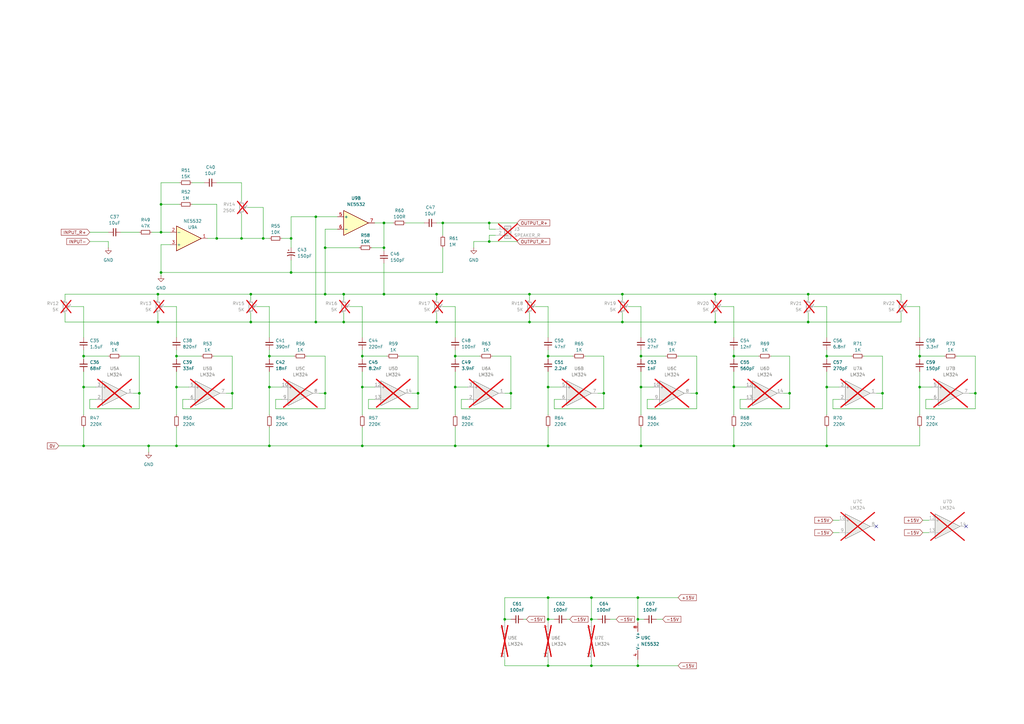
<source format=kicad_sch>
(kicad_sch (version 20231120) (generator "eeschema") (generator_version "8.0")
  (paper "A3")
  (lib_symbols
    (symbol "Amplifier_Operational:LM324" (pin_names (offset 0.127))
      (property "Reference" "U" (at 0 5.08 0))
      (property "Value" "LM324" (at 0 -5.08 0))
      (symbol "LM324_1_1"
        (pin output line (at 7.62 0 180) (length 2.54) (name "~") (number "1"))
        (pin input line (at -7.62 -2.54 0) (length 2.54) (name "-") (number "2"))
        (pin input line (at -7.62 2.54 0) (length 2.54) (name "+") (number "3"))
      )
      (symbol "LM324_2_1"
        (pin input line (at -7.62 2.54 0) (length 2.54) (name "+") (number "5"))
        (pin input line (at -7.62 -2.54 0) (length 2.54) (name "-") (number "6"))
        (pin output line (at 7.62 0 180) (length 2.54) (name "~") (number "7"))
      )
      (symbol "LM324_3_1"
        (pin input line (at -7.62 2.54 0) (length 2.54) (name "+") (number "10"))
        (pin output line (at 7.62 0 180) (length 2.54) (name "~") (number "8"))
        (pin input line (at -7.62 -2.54 0) (length 2.54) (name "-") (number "9"))
      )
      (symbol "LM324_4_1"
        (pin input line (at -7.62 2.54 0) (length 2.54) (name "+") (number "12"))
        (pin input line (at -7.62 -2.54 0) (length 2.54) (name "-") (number "13"))
        (pin output line (at 7.62 0 180) (length 2.54) (name "~") (number "14"))
      )
      (symbol "LM324_5_1"
        (pin power_in line (at -2.54 -7.62 90) (length 3.81) (name "V-") (number "11"))
        (pin power_in line (at -2.54 7.62 270) (length 3.81) (name "V+") (number "4"))
      )
    )
    (symbol "Amplifier_Operational:NE5532" (pin_names (offset 0.127))
      (property "Reference" "U" (at 0 5.08 0))
      (property "Value" "NE5532" (at 0 -5.08 0))
      (symbol "NE5532_1_1"
        (pin output line (at 7.62 0 180) (length 2.54) (name "~") (number "1"))
        (pin input line (at -7.62 -2.54 0) (length 2.54) (name "-") (number "2"))
        (pin input line (at -7.62 2.54 0) (length 2.54) (name "+") (number "3"))
      )
      (symbol "NE5532_2_1"
        (pin input line (at -7.62 2.54 0) (length 2.54) (name "+") (number "5"))
        (pin input line (at -7.62 -2.54 0) (length 2.54) (name "-") (number "6"))
        (pin output line (at 7.62 0 180) (length 2.54) (name "~") (number "7"))
      )
      (symbol "NE5532_3_1"
        (pin power_in line (at -2.54 -7.62 90) (length 3.81) (name "V-") (number "4"))
        (pin power_in line (at -2.54 7.62 270) (length 3.81) (name "V+") (number "8"))
      )
    )
    (symbol "Connector_Generic:Conn_01x02" (pin_names (offset 1.016) hide)
      (property "Reference" "J" (at 0 2.54 0))
      (property "Value" "Conn_01x02" (at 0 -5.08 0))
      (symbol "Conn_01x02_1_1"
        (pin passive line (at -5.08 0 0) (length 3.81) (name "Pin_1") (number "1"))
        (pin passive line (at -5.08 -2.54 0) (length 3.81) (name "Pin_2") (number "2"))
      )
    )
    (symbol "Device:C_Polarized_Small_US" (pin_numbers hide) (pin_names (offset 0.254) hide)
      (property "Reference" "C" (at 0.254 1.778 0))
      (property "Value" "C_Polarized_Small_US" (at 0.254 -2.032 0))
      (symbol "C_Polarized_Small_US_1_1"
        (pin passive line (at 0 2.54 270) (length 2.032) (name "~") (number "1"))
        (pin passive line (at 0 -2.54 90) (length 2.032) (name "~") (number "2"))
      )
    )
    (symbol "Device:C_Small" (pin_numbers hide) (pin_names (offset 0.254) hide)
      (property "Reference" "C" (at 0.254 1.778 0))
      (property "Value" "C_Small" (at 0.254 -2.032 0))
      (symbol "C_Small_1_1"
        (pin passive line (at 0 2.54 270) (length 2.032) (name "~") (number "1"))
        (pin passive line (at 0 -2.54 90) (length 2.032) (name "~") (number "2"))
      )
    )
    (symbol "Device:R_Potentiometer_Small" (pin_names (offset 1.016) hide)
      (property "Reference" "RV" (at -4.445 0 90))
      (property "Value" "R_Potentiometer_Small" (at -2.54 0 90))
      (symbol "R_Potentiometer_Small_1_1"
        (pin passive line (at 0 2.54 270) (length 0.635) (name "1") (number "1"))
        (pin passive line (at 2.54 0 180) (length 0.9906) (name "2") (number "2"))
        (pin passive line (at 0 -2.54 90) (length 0.635) (name "3") (number "3"))
      )
    )
    (symbol "Device:R_Small" (pin_numbers hide) (pin_names (offset 0.254) hide)
      (property "Reference" "R" (at 0.762 0.508 0))
      (property "Value" "R_Small" (at 0.762 -1.016 0))
      (symbol "R_Small_1_1"
        (pin passive line (at 0 2.54 270) (length 0.762) (name "~") (number "1"))
        (pin passive line (at 0 -2.54 90) (length 0.762) (name "~") (number "2"))
      )
    )
    (symbol "power:GND" (power) (pin_numbers hide) (pin_names (offset 0) hide)
      (property "Value" "GND" (at 0 -3.81 0))
      (symbol "GND_1_1"
        (pin power_in line (at 0 0 270) (length 0) (name "~") (number "1"))
      )
    )
  )
  (junction (at 102.87 132.08))
  (junction (at 119.38 111.76))
  (junction (at 66.04 111.76))
  (junction (at 200.66 91.44))
  (junction (at 224.79 146.05))
  (junction (at 261.62 245.11))
  (junction (at 179.07 132.08))
  (junction (at 129.54 132.08))
  (junction (at 285.75 161.29))
  (junction (at 261.62 254))
  (junction (at 207.01 254))
  (junction (at 133.35 101.6))
  (junction (at 186.69 182.88))
  (junction (at 200.66 99.06))
  (junction (at 224.79 245.11))
  (junction (at 110.49 182.88))
  (junction (at 110.49 146.05))
  (junction (at 293.37 132.08))
  (junction (at 224.79 254))
  (junction (at 72.39 182.88))
  (junction (at 377.19 146.05))
  (junction (at 66.04 95.25))
  (junction (at 186.69 158.75))
  (junction (at 157.48 101.6))
  (junction (at 57.15 161.29))
  (junction (at 300.99 182.88))
  (junction (at 148.59 182.88))
  (junction (at 34.29 182.88))
  (junction (at 261.62 273.05))
  (junction (at 377.19 158.75))
  (junction (at 262.89 182.88))
  (junction (at 224.79 158.75))
  (junction (at 224.79 273.05))
  (junction (at 95.25 161.29))
  (junction (at 179.07 120.65))
  (junction (at 209.55 161.29))
  (junction (at 262.89 158.75))
  (junction (at 66.04 83.82))
  (junction (at 242.57 245.11))
  (junction (at 300.99 146.05))
  (junction (at 129.54 88.9))
  (junction (at 300.99 158.75))
  (junction (at 133.35 120.65))
  (junction (at 171.45 161.29))
  (junction (at 60.96 182.88))
  (junction (at 72.39 158.75))
  (junction (at 34.29 158.75))
  (junction (at 157.48 120.65))
  (junction (at 64.77 120.65))
  (junction (at 157.48 91.44))
  (junction (at 255.27 132.08))
  (junction (at 119.38 97.79))
  (junction (at 72.39 146.05))
  (junction (at 217.17 120.65))
  (junction (at 186.69 146.05))
  (junction (at 133.35 161.29))
  (junction (at 99.06 97.79))
  (junction (at 140.97 120.65))
  (junction (at 242.57 273.05))
  (junction (at 181.61 91.44))
  (junction (at 293.37 120.65))
  (junction (at 140.97 132.08))
  (junction (at 107.95 97.79))
  (junction (at 148.59 158.75))
  (junction (at 339.09 158.75))
  (junction (at 331.47 132.08))
  (junction (at 110.49 158.75))
  (junction (at 88.9 97.79))
  (junction (at 148.59 146.05))
  (junction (at 262.89 146.05))
  (junction (at 323.85 161.29))
  (junction (at 242.57 254))
  (junction (at 339.09 182.88))
  (junction (at 361.95 161.29))
  (junction (at 64.77 132.08))
  (junction (at 34.29 146.05))
  (junction (at 255.27 120.65))
  (junction (at 102.87 120.65))
  (junction (at 331.47 120.65))
  (junction (at 224.79 182.88))
  (junction (at 339.09 146.05))
  (junction (at 247.65 161.29))
  (junction (at 400.05 161.29))
  (junction (at 217.17 132.08))
  (no_connect (at 396.24 215.9))
  (no_connect (at 359.41 215.9))
  (wire (pts (xy 242.57 273.05) (xy 261.62 273.05)))
  (wire (pts (xy 200.66 99.06) (xy 212.09 99.06)))
  (wire (pts (xy 262.89 138.43) (xy 262.89 125.73)))
  (wire (pts (xy 265.43 163.83) (xy 265.43 167.64)))
  (wire (pts (xy 152.4 101.6) (xy 157.48 101.6)))
  (wire (pts (xy 54.61 161.29) (xy 57.15 161.29)))
  (wire (pts (xy 186.69 158.75) (xy 186.69 170.18)))
  (wire (pts (xy 224.79 254) (xy 224.79 255.27)))
  (wire (pts (xy 34.29 125.73) (xy 29.21 125.73)))
  (wire (pts (xy 339.09 175.26) (xy 339.09 182.88)))
  (wire (pts (xy 186.69 146.05) (xy 196.85 146.05)))
  (wire (pts (xy 60.96 185.42) (xy 60.96 182.88)))
  (wire (pts (xy 153.67 91.44) (xy 157.48 91.44)))
  (wire (pts (xy 377.19 158.75) (xy 377.19 170.18)))
  (wire (pts (xy 250.19 254) (xy 252.73 254)))
  (wire (pts (xy 207.01 273.05) (xy 224.79 273.05)))
  (wire (pts (xy 224.79 143.51) (xy 224.79 146.05)))
  (wire (pts (xy 224.79 158.75) (xy 224.79 170.18)))
  (wire (pts (xy 72.39 146.05) (xy 82.55 146.05)))
  (wire (pts (xy 157.48 107.95) (xy 157.48 120.65)))
  (wire (pts (xy 224.79 182.88) (xy 262.89 182.88)))
  (wire (pts (xy 361.95 161.29) (xy 361.95 146.05)))
  (wire (pts (xy 261.62 254) (xy 264.16 254)))
  (wire (pts (xy 148.59 146.05) (xy 158.75 146.05)))
  (wire (pts (xy 217.17 120.65) (xy 217.17 123.19)))
  (wire (pts (xy 283.21 161.29) (xy 285.75 161.29)))
  (wire (pts (xy 300.99 158.75) (xy 300.99 170.18)))
  (wire (pts (xy 57.15 167.64) (xy 57.15 161.29)))
  (wire (pts (xy 232.41 254) (xy 233.68 254)))
  (wire (pts (xy 107.95 97.79) (xy 110.49 97.79)))
  (wire (pts (xy 344.17 158.75) (xy 339.09 158.75)))
  (wire (pts (xy 300.99 146.05) (xy 311.15 146.05)))
  (wire (pts (xy 224.79 245.11) (xy 224.79 254)))
  (wire (pts (xy 361.95 146.05) (xy 354.33 146.05)))
  (wire (pts (xy 78.74 83.82) (xy 88.9 83.82)))
  (wire (pts (xy 323.85 161.29) (xy 323.85 146.05)))
  (wire (pts (xy 377.19 125.73) (xy 372.11 125.73)))
  (wire (pts (xy 148.59 158.75) (xy 148.59 152.4)))
  (wire (pts (xy 66.04 111.76) (xy 66.04 100.33)))
  (wire (pts (xy 72.39 143.51) (xy 72.39 146.05)))
  (wire (pts (xy 110.49 158.75) (xy 110.49 170.18)))
  (wire (pts (xy 261.62 254) (xy 261.62 255.27)))
  (wire (pts (xy 331.47 128.27) (xy 331.47 132.08)))
  (wire (pts (xy 133.35 167.64) (xy 133.35 161.29)))
  (wire (pts (xy 300.99 146.05) (xy 300.99 147.32)))
  (wire (pts (xy 102.87 120.65) (xy 102.87 123.19)))
  (wire (pts (xy 57.15 161.29) (xy 57.15 146.05)))
  (wire (pts (xy 255.27 132.08) (xy 217.17 132.08)))
  (wire (pts (xy 179.07 120.65) (xy 179.07 123.19)))
  (wire (pts (xy 303.53 163.83) (xy 303.53 167.64)))
  (wire (pts (xy 186.69 182.88) (xy 224.79 182.88)))
  (wire (pts (xy 242.57 254) (xy 245.11 254)))
  (wire (pts (xy 34.29 175.26) (xy 34.29 182.88)))
  (wire (pts (xy 148.59 138.43) (xy 148.59 125.73)))
  (wire (pts (xy 110.49 175.26) (xy 110.49 182.88)))
  (wire (pts (xy 341.63 218.44) (xy 344.17 218.44)))
  (wire (pts (xy 181.61 91.44) (xy 181.61 96.52)))
  (wire (pts (xy 181.61 91.44) (xy 200.66 91.44)))
  (wire (pts (xy 186.69 175.26) (xy 186.69 182.88)))
  (wire (pts (xy 36.83 167.64) (xy 57.15 167.64)))
  (wire (pts (xy 229.87 163.83) (xy 227.33 163.83)))
  (wire (pts (xy 166.37 91.44) (xy 173.99 91.44)))
  (wire (pts (xy 262.89 175.26) (xy 262.89 182.88)))
  (wire (pts (xy 397.51 161.29) (xy 400.05 161.29)))
  (wire (pts (xy 34.29 158.75) (xy 34.29 170.18)))
  (wire (pts (xy 72.39 125.73) (xy 67.31 125.73)))
  (wire (pts (xy 378.46 218.44) (xy 381 218.44)))
  (wire (pts (xy 119.38 97.79) (xy 119.38 101.6)))
  (wire (pts (xy 102.87 120.65) (xy 133.35 120.65)))
  (wire (pts (xy 285.75 161.29) (xy 285.75 146.05)))
  (wire (pts (xy 110.49 146.05) (xy 110.49 147.32)))
  (wire (pts (xy 262.89 125.73) (xy 257.81 125.73)))
  (wire (pts (xy 168.91 161.29) (xy 171.45 161.29)))
  (wire (pts (xy 148.59 175.26) (xy 148.59 182.88)))
  (wire (pts (xy 129.54 88.9) (xy 129.54 132.08)))
  (wire (pts (xy 261.62 245.11) (xy 278.13 245.11)))
  (wire (pts (xy 72.39 146.05) (xy 72.39 147.32)))
  (wire (pts (xy 217.17 132.08) (xy 179.07 132.08)))
  (wire (pts (xy 377.19 146.05) (xy 387.35 146.05)))
  (wire (pts (xy 62.23 95.25) (xy 66.04 95.25)))
  (wire (pts (xy 115.57 97.79) (xy 119.38 97.79)))
  (wire (pts (xy 382.27 158.75) (xy 377.19 158.75)))
  (wire (pts (xy 369.57 128.27) (xy 369.57 132.08)))
  (wire (pts (xy 140.97 120.65) (xy 140.97 123.19)))
  (wire (pts (xy 293.37 120.65) (xy 331.47 120.65)))
  (wire (pts (xy 369.57 132.08) (xy 331.47 132.08)))
  (wire (pts (xy 285.75 167.64) (xy 285.75 161.29)))
  (wire (pts (xy 300.99 182.88) (xy 339.09 182.88)))
  (wire (pts (xy 74.93 167.64) (xy 95.25 167.64)))
  (wire (pts (xy 133.35 120.65) (xy 140.97 120.65)))
  (wire (pts (xy 207.01 245.11) (xy 224.79 245.11)))
  (wire (pts (xy 224.79 245.11) (xy 242.57 245.11)))
  (wire (pts (xy 341.63 167.64) (xy 361.95 167.64)))
  (wire (pts (xy 49.53 95.25) (xy 57.15 95.25)))
  (wire (pts (xy 77.47 158.75) (xy 72.39 158.75)))
  (wire (pts (xy 262.89 158.75) (xy 262.89 152.4)))
  (wire (pts (xy 306.07 163.83) (xy 303.53 163.83)))
  (wire (pts (xy 133.35 101.6) (xy 133.35 120.65)))
  (wire (pts (xy 194.31 101.6) (xy 194.31 99.06)))
  (wire (pts (xy 247.65 161.29) (xy 247.65 146.05)))
  (wire (pts (xy 78.74 74.93) (xy 83.82 74.93)))
  (wire (pts (xy 321.31 161.29) (xy 323.85 161.29)))
  (wire (pts (xy 339.09 158.75) (xy 339.09 152.4)))
  (wire (pts (xy 189.23 167.64) (xy 209.55 167.64)))
  (wire (pts (xy 285.75 146.05) (xy 278.13 146.05)))
  (wire (pts (xy 110.49 125.73) (xy 105.41 125.73)))
  (wire (pts (xy 186.69 143.51) (xy 186.69 146.05)))
  (wire (pts (xy 140.97 128.27) (xy 140.97 132.08)))
  (wire (pts (xy 113.03 167.64) (xy 133.35 167.64)))
  (wire (pts (xy 369.57 123.19) (xy 369.57 120.65)))
  (wire (pts (xy 323.85 167.64) (xy 323.85 161.29)))
  (wire (pts (xy 186.69 146.05) (xy 186.69 147.32)))
  (wire (pts (xy 34.29 146.05) (xy 44.45 146.05)))
  (wire (pts (xy 227.33 163.83) (xy 227.33 167.64)))
  (wire (pts (xy 151.13 167.64) (xy 171.45 167.64)))
  (wire (pts (xy 64.77 120.65) (xy 102.87 120.65)))
  (wire (pts (xy 400.05 146.05) (xy 392.43 146.05)))
  (wire (pts (xy 323.85 146.05) (xy 316.23 146.05)))
  (wire (pts (xy 181.61 101.6) (xy 181.61 111.76)))
  (wire (pts (xy 73.66 83.82) (xy 66.04 83.82)))
  (wire (pts (xy 186.69 158.75) (xy 186.69 152.4)))
  (wire (pts (xy 36.83 99.06) (xy 44.45 99.06)))
  (wire (pts (xy 209.55 161.29) (xy 209.55 146.05)))
  (wire (pts (xy 224.79 158.75) (xy 224.79 152.4)))
  (wire (pts (xy 242.57 245.11) (xy 261.62 245.11)))
  (wire (pts (xy 339.09 143.51) (xy 339.09 146.05)))
  (wire (pts (xy 400.05 167.64) (xy 400.05 161.29)))
  (wire (pts (xy 269.24 254) (xy 271.78 254)))
  (wire (pts (xy 217.17 128.27) (xy 217.17 132.08)))
  (wire (pts (xy 344.17 163.83) (xy 341.63 163.83)))
  (wire (pts (xy 66.04 95.25) (xy 69.85 95.25)))
  (wire (pts (xy 207.01 254) (xy 207.01 255.27)))
  (wire (pts (xy 66.04 100.33) (xy 69.85 100.33)))
  (wire (pts (xy 119.38 88.9) (xy 129.54 88.9)))
  (wire (pts (xy 92.71 161.29) (xy 95.25 161.29)))
  (wire (pts (xy 293.37 128.27) (xy 293.37 132.08)))
  (wire (pts (xy 95.25 146.05) (xy 87.63 146.05)))
  (wire (pts (xy 224.79 254) (xy 227.33 254)))
  (wire (pts (xy 133.35 93.98) (xy 138.43 93.98)))
  (wire (pts (xy 262.89 146.05) (xy 273.05 146.05)))
  (wire (pts (xy 101.6 85.09) (xy 107.95 85.09)))
  (wire (pts (xy 191.77 163.83) (xy 189.23 163.83)))
  (wire (pts (xy 293.37 120.65) (xy 293.37 123.19)))
  (wire (pts (xy 66.04 74.93) (xy 66.04 83.82)))
  (wire (pts (xy 262.89 158.75) (xy 262.89 170.18)))
  (wire (pts (xy 26.67 120.65) (xy 64.77 120.65)))
  (wire (pts (xy 95.25 167.64) (xy 95.25 161.29)))
  (wire (pts (xy 140.97 120.65) (xy 157.48 120.65)))
  (wire (pts (xy 179.07 91.44) (xy 181.61 91.44)))
  (wire (pts (xy 24.13 182.88) (xy 34.29 182.88)))
  (wire (pts (xy 189.23 163.83) (xy 189.23 167.64)))
  (wire (pts (xy 300.99 175.26) (xy 300.99 182.88)))
  (wire (pts (xy 88.9 97.79) (xy 85.09 97.79)))
  (wire (pts (xy 153.67 163.83) (xy 151.13 163.83)))
  (wire (pts (xy 26.67 128.27) (xy 26.67 132.08)))
  (wire (pts (xy 224.79 175.26) (xy 224.79 182.88)))
  (wire (pts (xy 361.95 167.64) (xy 361.95 161.29)))
  (wire (pts (xy 110.49 146.05) (xy 120.65 146.05)))
  (wire (pts (xy 153.67 158.75) (xy 148.59 158.75)))
  (wire (pts (xy 377.19 175.26) (xy 377.19 182.88)))
  (wire (pts (xy 379.73 167.64) (xy 400.05 167.64)))
  (wire (pts (xy 209.55 167.64) (xy 209.55 161.29)))
  (wire (pts (xy 224.79 273.05) (xy 242.57 273.05)))
  (wire (pts (xy 331.47 120.65) (xy 331.47 123.19)))
  (wire (pts (xy 224.79 146.05) (xy 234.95 146.05)))
  (wire (pts (xy 255.27 128.27) (xy 255.27 132.08)))
  (wire (pts (xy 229.87 158.75) (xy 224.79 158.75)))
  (wire (pts (xy 207.01 245.11) (xy 207.01 254)))
  (wire (pts (xy 341.63 213.36) (xy 344.17 213.36)))
  (wire (pts (xy 119.38 111.76) (xy 181.61 111.76)))
  (wire (pts (xy 186.69 138.43) (xy 186.69 125.73)))
  (wire (pts (xy 39.37 158.75) (xy 34.29 158.75)))
  (wire (pts (xy 293.37 132.08) (xy 255.27 132.08)))
  (wire (pts (xy 99.06 87.63) (xy 99.06 97.79)))
  (wire (pts (xy 39.37 163.83) (xy 36.83 163.83)))
  (wire (pts (xy 34.29 182.88) (xy 60.96 182.88)))
  (wire (pts (xy 224.79 138.43) (xy 224.79 125.73)))
  (wire (pts (xy 262.89 143.51) (xy 262.89 146.05)))
  (wire (pts (xy 339.09 182.88) (xy 377.19 182.88)))
  (wire (pts (xy 34.29 158.75) (xy 34.29 152.4)))
  (wire (pts (xy 306.07 158.75) (xy 300.99 158.75)))
  (wire (pts (xy 400.05 161.29) (xy 400.05 146.05)))
  (wire (pts (xy 95.25 161.29) (xy 95.25 146.05)))
  (wire (pts (xy 200.66 93.98) (xy 200.66 91.44)))
  (wire (pts (xy 171.45 146.05) (xy 163.83 146.05)))
  (wire (pts (xy 72.39 158.75) (xy 72.39 170.18)))
  (wire (pts (xy 110.49 158.75) (xy 110.49 152.4)))
  (wire (pts (xy 102.87 128.27) (xy 102.87 132.08)))
  (wire (pts (xy 99.06 74.93) (xy 99.06 82.55)))
  (wire (pts (xy 377.19 158.75) (xy 377.19 152.4)))
  (wire (pts (xy 133.35 146.05) (xy 125.73 146.05)))
  (wire (pts (xy 119.38 106.68) (xy 119.38 111.76)))
  (wire (pts (xy 379.73 163.83) (xy 379.73 167.64)))
  (wire (pts (xy 339.09 146.05) (xy 339.09 147.32)))
  (wire (pts (xy 60.96 182.88) (xy 72.39 182.88)))
  (wire (pts (xy 261.62 273.05) (xy 278.13 273.05)))
  (wire (pts (xy 377.19 143.51) (xy 377.19 146.05)))
  (wire (pts (xy 148.59 143.51) (xy 148.59 146.05)))
  (wire (pts (xy 133.35 161.29) (xy 133.35 146.05)))
  (wire (pts (xy 107.95 97.79) (xy 99.06 97.79)))
  (wire (pts (xy 265.43 167.64) (xy 285.75 167.64)))
  (wire (pts (xy 88.9 74.93) (xy 99.06 74.93)))
  (wire (pts (xy 300.99 158.75) (xy 300.99 152.4)))
  (wire (pts (xy 36.83 163.83) (xy 36.83 167.64)))
  (wire (pts (xy 57.15 146.05) (xy 49.53 146.05)))
  (wire (pts (xy 331.47 120.65) (xy 369.57 120.65)))
  (wire (pts (xy 377.19 146.05) (xy 377.19 147.32)))
  (wire (pts (xy 300.99 138.43) (xy 300.99 125.73)))
  (wire (pts (xy 247.65 167.64) (xy 247.65 161.29)))
  (wire (pts (xy 110.49 138.43) (xy 110.49 125.73)))
  (wire (pts (xy 77.47 163.83) (xy 74.93 163.83)))
  (wire (pts (xy 113.03 163.83) (xy 113.03 167.64)))
  (wire (pts (xy 267.97 163.83) (xy 265.43 163.83)))
  (wire (pts (xy 66.04 83.82) (xy 66.04 95.25)))
  (wire (pts (xy 339.09 125.73) (xy 334.01 125.73)))
  (wire (pts (xy 148.59 146.05) (xy 148.59 147.32)))
  (wire (pts (xy 73.66 74.93) (xy 66.04 74.93)))
  (wire (pts (xy 110.49 182.88) (xy 148.59 182.88)))
  (wire (pts (xy 88.9 83.82) (xy 88.9 97.79)))
  (wire (pts (xy 157.48 120.65) (xy 179.07 120.65)))
  (wire (pts (xy 203.2 96.52) (xy 200.66 96.52)))
  (wire (pts (xy 119.38 97.79) (xy 119.38 88.9)))
  (wire (pts (xy 245.11 161.29) (xy 247.65 161.29)))
  (wire (pts (xy 200.66 96.52) (xy 200.66 99.06)))
  (wire (pts (xy 147.32 101.6) (xy 133.35 101.6)))
  (wire (pts (xy 99.06 97.79) (xy 88.9 97.79)))
  (wire (pts (xy 72.39 158.75) (xy 72.39 152.4)))
  (wire (pts (xy 107.95 85.09) (xy 107.95 97.79)))
  (wire (pts (xy 179.07 120.65) (xy 217.17 120.65)))
  (wire (pts (xy 214.63 254) (xy 215.9 254)))
  (wire (pts (xy 255.27 120.65) (xy 255.27 123.19)))
  (wire (pts (xy 171.45 161.29) (xy 171.45 146.05)))
  (wire (pts (xy 207.01 161.29) (xy 209.55 161.29)))
  (wire (pts (xy 64.77 132.08) (xy 26.67 132.08)))
  (wire (pts (xy 36.83 95.25) (xy 44.45 95.25)))
  (wire (pts (xy 44.45 101.6) (xy 44.45 99.06)))
  (wire (pts (xy 267.97 158.75) (xy 262.89 158.75)))
  (wire (pts (xy 186.69 125.73) (xy 181.61 125.73)))
  (wire (pts (xy 34.29 138.43) (xy 34.29 125.73)))
  (wire (pts (xy 377.19 138.43) (xy 377.19 125.73)))
  (wire (pts (xy 207.01 270.51) (xy 207.01 273.05)))
  (wire (pts (xy 203.2 93.98) (xy 200.66 93.98)))
  (wire (pts (xy 194.31 99.06) (xy 200.66 99.06)))
  (wire (pts (xy 74.93 163.83) (xy 74.93 167.64)))
  (wire (pts (xy 303.53 167.64) (xy 323.85 167.64)))
  (wire (pts (xy 261.62 270.51) (xy 261.62 273.05)))
  (wire (pts (xy 133.35 101.6) (xy 133.35 93.98)))
  (wire (pts (xy 157.48 101.6) (xy 157.48 102.87)))
  (wire (pts (xy 300.99 125.73) (xy 295.91 125.73)))
  (wire (pts (xy 148.59 125.73) (xy 143.51 125.73)))
  (wire (pts (xy 34.29 143.51) (xy 34.29 146.05)))
  (wire (pts (xy 242.57 245.11) (xy 242.57 254)))
  (wire (pts (xy 115.57 163.83) (xy 113.03 163.83)))
  (wire (pts (xy 130.81 161.29) (xy 133.35 161.29)))
  (wire (pts (xy 247.65 146.05) (xy 240.03 146.05)))
  (wire (pts (xy 382.27 163.83) (xy 379.73 163.83)))
  (wire (pts (xy 102.87 132.08) (xy 64.77 132.08)))
  (wire (pts (xy 341.63 163.83) (xy 341.63 167.64)))
  (wire (pts (xy 300.99 143.51) (xy 300.99 146.05)))
  (wire (pts (xy 217.17 120.65) (xy 255.27 120.65)))
  (wire (pts (xy 224.79 146.05) (xy 224.79 147.32)))
  (wire (pts (xy 64.77 128.27) (xy 64.77 132.08)))
  (wire (pts (xy 148.59 158.75) (xy 148.59 170.18)))
  (wire (pts (xy 171.45 167.64) (xy 171.45 161.29)))
  (wire (pts (xy 261.62 245.11) (xy 261.62 254)))
  (wire (pts (xy 140.97 132.08) (xy 129.54 132.08)))
  (wire (pts (xy 179.07 132.08) (xy 140.97 132.08)))
  (wire (pts (xy 129.54 132.08) (xy 102.87 132.08)))
  (wire (pts (xy 157.48 91.44) (xy 161.29 91.44)))
  (wire (pts (xy 227.33 167.64) (xy 247.65 167.64)))
  (wire (pts (xy 151.13 163.83) (xy 151.13 167.64)))
  (wire (pts (xy 255.27 120.65) (xy 293.37 120.65)))
  (wire (pts (xy 359.41 161.29) (xy 361.95 161.29)))
  (wire (pts (xy 129.54 88.9) (xy 138.43 88.9)))
  (wire (pts (xy 262.89 182.88) (xy 300.99 182.88)))
  (wire (pts (xy 339.09 158.75) (xy 339.09 170.18)))
  (wire (pts (xy 242.57 254) (xy 242.57 255.27)))
  (wire (pts (xy 224.79 270.51) (xy 224.79 273.05)))
  (wire (pts (xy 224.79 125.73) (xy 219.71 125.73)))
  (wire (pts (xy 148.59 182.88) (xy 186.69 182.88)))
  (wire (pts (xy 200.66 91.44) (xy 212.09 91.44)))
  (wire (pts (xy 207.01 254) (xy 209.55 254)))
  (wire (pts (xy 72.39 182.88) (xy 110.49 182.88)))
  (wire (pts (xy 72.39 138.43) (xy 72.39 125.73)))
  (wire (pts (xy 339.09 138.43) (xy 339.09 125.73)))
  (wire (pts (xy 191.77 158.75) (xy 186.69 158.75)))
  (wire (pts (xy 262.89 146.05) (xy 262.89 147.32)))
  (wire (pts (xy 242.57 270.51) (xy 242.57 273.05)))
  (wire (pts (xy 378.46 213.36) (xy 381 213.36)))
  (wire (pts (xy 26.67 123.19) (xy 26.67 120.65)))
  (wire (pts (xy 110.49 143.51) (xy 110.49 146.05)))
  (wire (pts (xy 119.38 111.76) (xy 66.04 111.76)))
  (wire (pts (xy 72.39 175.26) (xy 72.39 182.88)))
  (wire (pts (xy 34.29 146.05) (xy 34.29 147.32)))
  (wire (pts (xy 331.47 132.08) (xy 293.37 132.08)))
  (wire (pts (xy 64.77 123.19) (xy 64.77 120.65)))
  (wire (pts (xy 157.48 101.6) (xy 157.48 91.44)))
  (wire (pts (xy 66.04 111.76) (xy 66.04 113.03)))
  (wire (pts (xy 179.07 128.27) (xy 179.07 132.08)))
  (wire (pts (xy 115.57 158.75) (xy 110.49 158.75)))
  (wire (pts (xy 209.55 146.05) (xy 201.93 146.05)))
  (wire (pts (xy 339.09 146.05) (xy 349.25 146.05)))
  (global_label "-15V" (shape input) (at 278.13 273.05 0) (property "Intersheetrefs" "${INTERSHEET_REFS}" (effects (hide yes))))
  (global_label "-15V" (shape input) (at 252.73 254 0) (property "Intersheetrefs" "${INTERSHEET_REFS}" (effects (hide yes))))
  (global_label "-15V" (shape input) (at 341.63 218.44 180) (property "Intersheetrefs" "${INTERSHEET_REFS}" (effects (hide yes))))
  (global_label "+15V" (shape input) (at 278.13 245.11 0) (property "Intersheetrefs" "${INTERSHEET_REFS}" (effects (hide yes))))
  (global_label "-15V" (shape input) (at 378.46 218.44 180) (property "Intersheetrefs" "${INTERSHEET_REFS}" (effects (hide yes))))
  (global_label "+15V" (shape input) (at 378.46 213.36 180) (property "Intersheetrefs" "${INTERSHEET_REFS}" (effects (hide yes))))
  (global_label "OUTPUT_R-" (shape input) (at 212.09 99.06 0) (property "Intersheetrefs" "${INTERSHEET_REFS}" (effects (hide yes))))
  (global_label "INPUT-" (shape input) (at 36.83 99.06 180) (property "Intersheetrefs" "${INTERSHEET_REFS}" (effects (hide yes))))
  (global_label "-15V" (shape input) (at 233.68 254 0) (property "Intersheetrefs" "${INTERSHEET_REFS}" (effects (hide yes))))
  (global_label "-15V" (shape input) (at 271.78 254 0) (property "Intersheetrefs" "${INTERSHEET_REFS}" (effects (hide yes))))
  (global_label "INPUT_R+" (shape input) (at 36.83 95.25 180) (property "Intersheetrefs" "${INTERSHEET_REFS}" (effects (hide yes))))
  (global_label "0V" (shape input) (at 24.13 182.88 180) (property "Intersheetrefs" "${INTERSHEET_REFS}" (effects (hide yes))))
  (global_label "OUTPUT_R+" (shape input) (at 212.09 91.44 0) (property "Intersheetrefs" "${INTERSHEET_REFS}" (effects (hide yes))))
  (global_label "+15V" (shape input) (at 341.63 213.36 180) (property "Intersheetrefs" "${INTERSHEET_REFS}" (effects (hide yes))))
  (global_label "-15V" (shape input) (at 215.9 254 0) (property "Intersheetrefs" "${INTERSHEET_REFS}" (effects (hide yes))))
  (symbol (lib_id "Device:C_Small") (at 229.87 254 90) (unit 1)
    (property "Reference" "C62" (at 229.8763 247.65 90))
    (property "Value" "100nF" (at 229.8763 250.19 90))
    (property "Footprint" "Capacitor_SMD:C_0805_2012Metric_Pad1.18x1.45mm_HandSolder" (effects (hide yes)))
    (property "Datasheet" "https://www.lcsc.com/datasheet/lcsc_datasheet_2304140030_FH--Guangdong-Fenghua-Advanced-Tech-0805B104K500NT_C38141.pdf" (effects (hide yes)))
    (property "Description" "50V 100nF X7R ±10% 0805 Multilayer Ceramic Capacitors MLCC - SMD/SMT ROHS" (effects (hide yes)))
    (property "LCSC" "C38141" (effects (hide yes)))
  )
  (symbol (lib_id "power:GND") (at 194.31 101.6 0) (unit 1)
    (property "Reference" "#PWR07" (effects (hide yes)))
    (property "Value" "GND" (at 194.31 106.68 0))
    (property "Description" "Power symbol creates a global label with name \"GND\" , ground" (effects (hide yes)))
  )
  (symbol (lib_id "Device:C_Small") (at 300.99 140.97 180) (unit 1)
    (property "Reference" "C54" (at 303.53 139.6935 0) (effects (justify right)))
    (property "Value" "12nF" (at 303.53 142.2335 0) (effects (justify right)))
    (property "Footprint" "Capacitor_SMD:C_0805_2012Metric_Pad1.18x1.45mm_HandSolder" (effects (hide yes)))
    (property "Datasheet" "https://www.lcsc.com/datasheet/lcsc_datasheet_2304140030_FH--Guangdong-Fenghua-Advanced-Tech-0805B104K500NT_C38141.pdf" (effects (hide yes)))
    (property "Description" "50V 100nF X7R ±10% 0805 Multilayer Ceramic Capacitors MLCC - SMD/SMT ROHS" (effects (hide yes)))
    (property "LCSC" "C38141" (effects (hide yes)))
  )
  (symbol (lib_id "Device:R_Potentiometer_Small") (at 255.27 125.73 0) (unit 1) (dnp yes)
    (property "Reference" "RV19" (at 252.73 124.4599 0) (effects (justify right)))
    (property "Value" "5K" (at 252.73 126.9999 0) (effects (justify right)))
    (property "Footprint" "Potentiometer_THT:Potentiometer_Bourns_PTA3043_Single_Slide" (effects (hide yes)))
    (property "Description" "Potentiometer" (effects (hide yes)))
    (property "LCSC" "652-PTA30432015CPB50" (effects (hide yes)))
  )
  (symbol (lib_id "Device:R_Small") (at 123.19 146.05 90) (unit 1)
    (property "Reference" "R56" (at 123.19 140.97 90))
    (property "Value" "1K" (at 123.19 143.51 90))
    (property "Footprint" "Resistor_SMD:R_0805_2012Metric_Pad1.20x1.40mm_HandSolder" (effects (hide yes)))
    (property "Datasheet" "https://www.lcsc.com/datasheet/lcsc_datasheet_2205311800_UNI-ROYAL-Uniroyal-Elec-0805W8F1001T5E_C17513.pdf" (effects (hide yes)))
    (property "Description" "125mW Thick Film Resistors 150V ±100ppm/℃ ±1% 1kΩ 0805 Chip Resistor - Surface Mount ROHS" (effects (hide yes)))
    (property "LCSC" "C17513" (effects (hide yes)))
  )
  (symbol (lib_id "Device:R_Potentiometer_Small") (at 331.47 125.73 0) (unit 1) (dnp yes)
    (property "Reference" "RV21" (at 328.93 124.4599 0) (effects (justify right)))
    (property "Value" "5K" (at 328.93 126.9999 0) (effects (justify right)))
    (property "Footprint" "Potentiometer_THT:Potentiometer_Bourns_PTA3043_Single_Slide" (effects (hide yes)))
    (property "Description" "Potentiometer" (effects (hide yes)))
    (property "LCSC" "652-PTA30432015CPB50" (effects (hide yes)))
  )
  (symbol (lib_id "Device:R_Small") (at 224.79 172.72 180) (unit 1)
    (property "Reference" "R64" (at 227.33 171.4499 0) (effects (justify right)))
    (property "Value" "220K" (at 227.33 173.9899 0) (effects (justify right)))
    (property "Footprint" "Resistor_SMD:R_0805_2012Metric_Pad1.20x1.40mm_HandSolder" (effects (hide yes)))
    (property "Datasheet" "https://www.lcsc.com/datasheet/lcsc_datasheet_2206010200_UNI-ROYAL-Uniroyal-Elec-0805W8F2203T5E_C17556.pdf" (effects (hide yes)))
    (property "Description" "125mW Thick Film Resistors 150V ±100ppm/℃ ±1% 220kΩ 0805 Chip Resistor - Surface Mount ROHS" (effects (hide yes)))
    (property "LCSC" "C17556" (effects (hide yes)))
  )
  (symbol (lib_id "Device:R_Small") (at 149.86 101.6 90) (unit 1)
    (property "Reference" "R58" (at 149.86 96.52 90))
    (property "Value" "10K" (at 149.86 99.06 90))
    (property "Footprint" "Resistor_SMD:R_0805_2012Metric_Pad1.20x1.40mm_HandSolder" (effects (hide yes)))
    (property "Datasheet" "https://www.lcsc.com/datasheet/lcsc_datasheet_2411221126_UNI-ROYAL-Uniroyal-Elec-0805W8F1002T5E_C17414.pdf" (effects (hide yes)))
    (property "Description" "125mW Thick Film Resistors 150V ±100ppm/℃ ±1% 10kΩ 0805 Chip Resistor - Surface Mount ROHS" (effects (hide yes)))
    (property "LCSC" "C17414" (effects (hide yes)))
  )
  (symbol (lib_id "Device:R_Small") (at 148.59 172.72 180) (unit 1)
    (property "Reference" "R57" (at 151.13 171.4499 0) (effects (justify right)))
    (property "Value" "220K" (at 151.13 173.9899 0) (effects (justify right)))
    (property "Footprint" "Resistor_SMD:R_0805_2012Metric_Pad1.20x1.40mm_HandSolder" (effects (hide yes)))
    (property "Datasheet" "https://www.lcsc.com/datasheet/lcsc_datasheet_2206010200_UNI-ROYAL-Uniroyal-Elec-0805W8F2203T5E_C17556.pdf" (effects (hide yes)))
    (property "Description" "125mW Thick Film Resistors 150V ±100ppm/℃ ±1% 220kΩ 0805 Chip Resistor - Surface Mount ROHS" (effects (hide yes)))
    (property "LCSC" "C17556" (effects (hide yes)))
  )
  (symbol (lib_id "Device:R_Small") (at 313.69 146.05 90) (unit 1)
    (property "Reference" "R69" (at 313.69 140.97 90))
    (property "Value" "1K" (at 313.69 143.51 90))
    (property "Footprint" "Resistor_SMD:R_0805_2012Metric_Pad1.20x1.40mm_HandSolder" (effects (hide yes)))
    (property "Datasheet" "https://www.lcsc.com/datasheet/lcsc_datasheet_2205311800_UNI-ROYAL-Uniroyal-Elec-0805W8F1001T5E_C17513.pdf" (effects (hide yes)))
    (property "Description" "125mW Thick Film Resistors 150V ±100ppm/℃ ±1% 1kΩ 0805 Chip Resistor - Surface Mount ROHS" (effects (hide yes)))
    (property "LCSC" "C17513" (effects (hide yes)))
  )
  (symbol (lib_id "Device:R_Small") (at 163.83 91.44 90) (unit 1)
    (property "Reference" "R60" (at 163.83 86.36 90))
    (property "Value" "100R" (at 163.83 88.9 90))
    (property "Footprint" "Resistor_SMD:R_0805_2012Metric_Pad1.20x1.40mm_HandSolder" (effects (hide yes)))
    (property "Datasheet" "https://www.lcsc.com/datasheet/lcsc_datasheet_2411221126_UNI-ROYAL-Uniroyal-Elec-0805W8F1000T5E_C17408.pdf" (effects (hide yes)))
    (property "Description" "125mW Thick Film Resistors 150V ±100ppm/℃ ±1% 100Ω 0805 Chip Resistor - Surface Mount ROHS" (effects (hide yes)))
    (property "LCSC" "C17408" (effects (hide yes)))
  )
  (symbol (lib_id "Device:C_Small") (at 157.48 105.41 180) (unit 1)
    (property "Reference" "C46" (at 160.02 104.1335 0) (effects (justify right)))
    (property "Value" "150pF" (at 160.02 106.6735 0) (effects (justify right)))
    (property "Footprint" "Capacitor_SMD:C_0805_2012Metric_Pad1.18x1.45mm_HandSolder" (effects (hide yes)))
    (property "Datasheet" "https://www.lcsc.com/datasheet/lcsc_datasheet_2304140030_YAGEO-CC0805JRNPO9BN151_C107111.pdf" (effects (hide yes)))
    (property "Description" "50V 150pF NP0 ±5% 0805 Multilayer Ceramic Capacitors MLCC - SMD/SMT ROHS" (effects (hide yes)))
    (property "LCSC" "C107111" (effects (hide yes)))
  )
  (symbol (lib_id "Amplifier_Operational:LM324") (at 313.69 161.29 0) (unit 4) (dnp yes)
    (property "Reference" "U6" (at 313.69 151.13 0))
    (property "Value" "LM324" (at 313.69 153.67 0))
    (property "Footprint" "Package_DIP:DIP-14_W7.62mm_LongPads" (effects (hide yes)))
    (property "Datasheet" "http://www.ti.com/lit/ds/symlink/lm2902-n.pdf" (effects (hide yes)))
    (property "Description" "Low-Power, Quad-Operational Amplifiers, DIP-14/SOIC-14/SSOP-14" (effects (hide yes)))
  )
  (symbol (lib_id "Amplifier_Operational:LM324") (at 199.39 161.29 0) (unit 1) (dnp yes)
    (property "Reference" "U6" (at 199.39 151.13 0))
    (property "Value" "LM324" (at 199.39 153.67 0))
    (property "Footprint" "Package_DIP:DIP-14_W7.62mm_LongPads" (effects (hide yes)))
    (property "Datasheet" "http://www.ti.com/lit/ds/symlink/lm2902-n.pdf" (effects (hide yes)))
    (property "Description" "Low-Power, Quad-Operational Amplifiers, DIP-14/SOIC-14/SSOP-14" (effects (hide yes)))
  )
  (symbol (lib_id "Device:C_Small") (at 46.99 95.25 90) (unit 1)
    (property "Reference" "C37" (at 46.9963 88.9 90))
    (property "Value" "10uF" (at 46.9963 91.44 90))
    (property "Footprint" "Capacitor_SMD:C_0805_2012Metric_Pad1.18x1.45mm_HandSolder" (effects (hide yes)))
    (property "Datasheet" "https://www.lcsc.com/datasheet/lcsc_datasheet_2304140030_Samsung-Electro-Mechanics-CL21A106KOQNNNE_C1713.pdf" (effects (hide yes)))
    (property "Description" "16V 10uF X5R ±10% 0805 Multilayer Ceramic Capacitors MLCC - SMD/SMT ROHS" (effects (hide yes)))
    (property "LCSC" "C1713" (effects (hide yes)))
  )
  (symbol (lib_id "Amplifier_Operational:LM324") (at 245.11 262.89 0) (unit 5) (dnp yes)
    (property "Reference" "U7" (at 243.84 261.6199 0) (effects (justify left)))
    (property "Value" "LM324" (at 243.84 264.1599 0) (effects (justify left)))
    (property "Footprint" "Package_DIP:DIP-14_W7.62mm_LongPads" (effects (hide yes)))
    (property "Datasheet" "http://www.ti.com/lit/ds/symlink/lm2902-n.pdf" (effects (hide yes)))
    (property "Description" "Low-Power, Quad-Operational Amplifiers, DIP-14/SOIC-14/SSOP-14" (effects (hide yes)))
  )
  (symbol (lib_id "power:GND") (at 44.45 101.6 0) (mirror y) (unit 1)
    (property "Reference" "#PWR05" (effects (hide yes)))
    (property "Value" "GND" (at 44.45 106.68 0))
    (property "Description" "Power symbol creates a global label with name \"GND\" , ground" (effects (hide yes)))
  )
  (symbol (lib_id "Device:R_Small") (at 113.03 97.79 90) (unit 1)
    (property "Reference" "R55" (at 113.03 92.71 90))
    (property "Value" "10K" (at 113.03 95.25 90))
    (property "Footprint" "Resistor_SMD:R_0805_2012Metric_Pad1.20x1.40mm_HandSolder" (effects (hide yes)))
    (property "Datasheet" "https://www.lcsc.com/datasheet/lcsc_datasheet_2411221126_UNI-ROYAL-Uniroyal-Elec-0805W8F1002T5E_C17414.pdf" (effects (hide yes)))
    (property "Description" "125mW Thick Film Resistors 150V ±100ppm/℃ ±1% 10kΩ 0805 Chip Resistor - Surface Mount ROHS" (effects (hide yes)))
    (property "LCSC" "C17414" (effects (hide yes)))
  )
  (symbol (lib_id "Device:C_Small") (at 339.09 140.97 180) (unit 1)
    (property "Reference" "C56" (at 341.63 139.6935 0) (effects (justify right)))
    (property "Value" "6.8nF" (at 341.63 142.2335 0) (effects (justify right)))
    (property "Footprint" "Capacitor_SMD:C_0805_2012Metric_Pad1.18x1.45mm_HandSolder" (effects (hide yes)))
    (property "Datasheet" "https://www.lcsc.com/datasheet/lcsc_datasheet_2304140030_FH--Guangdong-Fenghua-Advanced-Tech-0805B682K500NT_C1755.pdf" (effects (hide yes)))
    (property "Description" "50V 6.8nF X7R ±10% 0805 Multilayer Ceramic Capacitors MLCC - SMD/SMT ROHS" (effects (hide yes)))
    (property "LCSC" "C1755" (effects (hide yes)))
  )
  (symbol (lib_id "Device:R_Potentiometer_Small") (at 102.87 125.73 0) (unit 1) (dnp yes)
    (property "Reference" "RV15" (at 100.33 124.4599 0) (effects (justify right)))
    (property "Value" "5K" (at 100.33 126.9999 0) (effects (justify right)))
    (property "Footprint" "Potentiometer_THT:Potentiometer_Bourns_PTA3043_Single_Slide" (effects (hide yes)))
    (property "Description" "Potentiometer" (effects (hide yes)))
    (property "LCSC" "652-PTA30432015CPB50" (effects (hide yes)))
  )
  (symbol (lib_id "Device:C_Small") (at 224.79 149.86 180) (unit 1)
    (property "Reference" "C51" (at 227.33 148.5835 0) (effects (justify right)))
    (property "Value" "2.2nF" (at 227.33 151.1235 0) (effects (justify right)))
    (property "Footprint" "Capacitor_SMD:C_0805_2012Metric_Pad1.18x1.45mm_HandSolder" (effects (hide yes)))
    (property "Datasheet" "https://www.lcsc.com/datasheet/lcsc_datasheet_2304140030_FH--Guangdong-Fenghua-Advanced-Tech-0805B222K500NT_C36576.pdf" (effects (hide yes)))
    (property "Description" "50V 2.2nF X7R ±10% 0805 Multilayer Ceramic Capacitors MLCC - SMD/SMT ROHS" (effects (hide yes)))
    (property "LCSC" "C36576" (effects (hide yes)))
  )
  (symbol (lib_id "Amplifier_Operational:LM324") (at 227.33 262.89 0) (unit 5) (dnp yes)
    (property "Reference" "U6" (at 226.06 261.6199 0) (effects (justify left)))
    (property "Value" "LM324" (at 226.06 264.1599 0) (effects (justify left)))
    (property "Footprint" "Package_DIP:DIP-14_W7.62mm_LongPads" (effects (hide yes)))
    (property "Datasheet" "http://www.ti.com/lit/ds/symlink/lm2902-n.pdf" (effects (hide yes)))
    (property "Description" "Low-Power, Quad-Operational Amplifiers, DIP-14/SOIC-14/SSOP-14" (effects (hide yes)))
  )
  (symbol (lib_id "Amplifier_Operational:LM324") (at 209.55 262.89 0) (unit 5) (dnp yes)
    (property "Reference" "U5" (at 208.28 261.6199 0) (effects (justify left)))
    (property "Value" "LM324" (at 208.28 264.1599 0) (effects (justify left)))
    (property "Footprint" "Package_DIP:DIP-14_W7.62mm_LongPads" (effects (hide yes)))
    (property "Datasheet" "http://www.ti.com/lit/ds/symlink/lm2902-n.pdf" (effects (hide yes)))
    (property "Description" "Low-Power, Quad-Operational Amplifiers, DIP-14/SOIC-14/SSOP-14" (effects (hide yes)))
  )
  (symbol (lib_id "Amplifier_Operational:LM324") (at 46.99 161.29 0) (unit 1) (dnp yes)
    (property "Reference" "U5" (at 46.99 151.13 0))
    (property "Value" "LM324" (at 46.99 153.67 0))
    (property "Footprint" "Package_DIP:DIP-14_W7.62mm_LongPads" (effects (hide yes)))
    (property "Datasheet" "http://www.ti.com/lit/ds/symlink/lm2902-n.pdf" (effects (hide yes)))
    (property "Description" "Low-Power, Quad-Operational Amplifiers, DIP-14/SOIC-14/SSOP-14" (effects (hide yes)))
  )
  (symbol (lib_id "Device:R_Small") (at 181.61 99.06 180) (unit 1)
    (property "Reference" "R61" (at 184.15 97.7899 0) (effects (justify right)))
    (property "Value" "1M" (at 184.15 100.3299 0) (effects (justify right)))
    (property "Footprint" "Resistor_SMD:R_0805_2012Metric_Pad1.20x1.40mm_HandSolder" (effects (hide yes)))
    (property "Datasheet" "https://www.lcsc.com/datasheet/lcsc_datasheet_2206010200_UNI-ROYAL-Uniroyal-Elec-0805W8F1004T5E_C17514.pdf" (effects (hide yes)))
    (property "Description" "125mW Thick Film Resistors 150V ±100ppm/℃ ±1% 1MΩ 0805 Chip Resistor - Surface Mount ROHS" (effects (hide yes)))
    (property "LCSC" "C17514" (effects (hide yes)))
  )
  (symbol (lib_id "Device:R_Potentiometer_Small") (at 64.77 125.73 0) (unit 1) (dnp yes)
    (property "Reference" "RV13" (at 62.23 124.4599 0) (effects (justify right)))
    (property "Value" "5K" (at 62.23 126.9999 0) (effects (justify right)))
    (property "Footprint" "Potentiometer_THT:Potentiometer_Bourns_PTA3043_Single_Slide" (effects (hide yes)))
    (property "Description" "Potentiometer" (effects (hide yes)))
    (property "LCSC" "652-PTA30432015CPB50" (effects (hide yes)))
  )
  (symbol (lib_id "Device:C_Small") (at 34.29 140.97 180) (unit 1)
    (property "Reference" "C35" (at 36.83 139.6935 0) (effects (justify right)))
    (property "Value" "1.5uF" (at 36.83 142.2335 0) (effects (justify right)))
    (property "Footprint" "Capacitor_SMD:C_0805_2012Metric_Pad1.18x1.45mm_HandSolder" (effects (hide yes)))
    (property "Datasheet" "https://wmsc.lcsc.com/wmsc/upload/file/pdf/v2/lcsc/2403281714_CCTC-TCC0805X7R155K250FT_C6266893.pdf" (effects (hide yes)))
    (property "Description" "25V 1.5uF X7R ±10% 0805 Multilayer Ceramic Capacitors MLCC - SMD/SMT ROHS" (effects (hide yes)))
    (property "LCSC" "C6266893" (effects (hide yes)))
  )
  (symbol (lib_id "Device:C_Small") (at 72.39 140.97 180) (unit 1)
    (property "Reference" "C38" (at 74.93 139.6935 0) (effects (justify right)))
    (property "Value" "820nF" (at 74.93 142.2335 0) (effects (justify right)))
    (property "Footprint" "Capacitor_SMD:C_0805_2012Metric_Pad1.18x1.45mm_HandSolder" (effects (hide yes)))
    (property "Datasheet" "https://wmsc.lcsc.com/wmsc/upload/file/pdf/v2/lcsc/2304140030_FH--Guangdong-Fenghua-Advanced-Tech-0805F824M500NT_C67958.pdf" (effects (hide yes)))
    (property "Description" "50V 820nF Y5V ±20% 0805  Multilayer Ceramic Capacitors MLCC - SMD/SMT ROHS" (effects (hide yes)))
    (property "LCSC" "C67958" (effects (hide yes)))
  )
  (symbol (lib_id "Device:R_Small") (at 72.39 172.72 180) (unit 1)
    (property "Reference" "R50" (at 74.93 171.4499 0) (effects (justify right)))
    (property "Value" "220K" (at 74.93 173.9899 0) (effects (justify right)))
    (property "Footprint" "Resistor_SMD:R_0805_2012Metric_Pad1.20x1.40mm_HandSolder" (effects (hide yes)))
    (property "Datasheet" "https://www.lcsc.com/datasheet/lcsc_datasheet_2206010200_UNI-ROYAL-Uniroyal-Elec-0805W8F2203T5E_C17556.pdf" (effects (hide yes)))
    (property "Description" "125mW Thick Film Resistors 150V ±100ppm/℃ ±1% 220kΩ 0805 Chip Resistor - Surface Mount ROHS" (effects (hide yes)))
    (property "LCSC" "C17556" (effects (hide yes)))
  )
  (symbol (lib_id "Device:R_Potentiometer_Small") (at 26.67 125.73 0) (unit 1) (dnp yes)
    (property "Reference" "RV12" (at 24.13 124.4599 0) (effects (justify right)))
    (property "Value" "5K" (at 24.13 126.9999 0) (effects (justify right)))
    (property "Footprint" "Potentiometer_THT:Potentiometer_Bourns_PTA3043_Single_Slide" (effects (hide yes)))
    (property "Description" "Potentiometer" (effects (hide yes)))
    (property "LCSC" "652-PTA30432015CPB50" (effects (hide yes)))
  )
  (symbol (lib_id "Device:C_Small") (at 377.19 149.86 180) (unit 1)
    (property "Reference" "C59" (at 379.73 148.5835 0) (effects (justify right)))
    (property "Value" "150pF" (at 379.73 151.1235 0) (effects (justify right)))
    (property "Footprint" "Capacitor_SMD:C_0805_2012Metric_Pad1.18x1.45mm_HandSolder" (effects (hide yes)))
    (property "Datasheet" "https://www.lcsc.com/datasheet/lcsc_datasheet_2304140030_YAGEO-CC0805JRNPO9BN151_C107111.pdf" (effects (hide yes)))
    (property "Description" "50V 150pF NP0 ±5% 0805 Multilayer Ceramic Capacitors MLCC - SMD/SMT ROHS" (effects (hide yes)))
    (property "LCSC" "C107111" (effects (hide yes)))
  )
  (symbol (lib_id "Device:C_Small") (at 186.69 149.86 180) (unit 1)
    (property "Reference" "C49" (at 189.23 148.5835 0) (effects (justify right)))
    (property "Value" "3.9nF" (at 189.23 151.1235 0) (effects (justify right)))
    (property "Footprint" "Capacitor_SMD:C_0805_2012Metric_Pad1.18x1.45mm_HandSolder" (effects (hide yes)))
    (property "Datasheet" "https://www.lcsc.com/datasheet/lcsc_datasheet_1810201220_Murata-Electronics-GRM2165C1H392JA01D_C97901.pdf" (effects (hide yes)))
    (property "Description" "50V 3.9nF C0G ±5% 0805 Multilayer Ceramic Capacitors MLCC - SMD/SMT ROHS" (effects (hide yes)))
    (property "LCSC" "C97901" (effects (hide yes)))
  )
  (symbol (lib_id "Device:R_Small") (at 186.69 172.72 180) (unit 1)
    (property "Reference" "R62" (at 189.23 171.4499 0) (effects (justify right)))
    (property "Value" "220K" (at 189.23 173.9899 0) (effects (justify right)))
    (property "Footprint" "Resistor_SMD:R_0805_2012Metric_Pad1.20x1.40mm_HandSolder" (effects (hide yes)))
    (property "Datasheet" "https://www.lcsc.com/datasheet/lcsc_datasheet_2206010200_UNI-ROYAL-Uniroyal-Elec-0805W8F2203T5E_C17556.pdf" (effects (hide yes)))
    (property "Description" "125mW Thick Film Resistors 150V ±100ppm/℃ ±1% 220kΩ 0805 Chip Resistor - Surface Mount ROHS" (effects (hide yes)))
    (property "LCSC" "C17556" (effects (hide yes)))
  )
  (symbol (lib_id "Device:C_Small") (at 176.53 91.44 90) (unit 1)
    (property "Reference" "C47" (at 176.5363 85.09 90))
    (property "Value" "10uF" (at 176.5363 87.63 90))
    (property "Footprint" "Capacitor_SMD:C_0805_2012Metric_Pad1.18x1.45mm_HandSolder" (effects (hide yes)))
    (property "Datasheet" "https://www.lcsc.com/datasheet/lcsc_datasheet_2304140030_Samsung-Electro-Mechanics-CL21A106KOQNNNE_C1713.pdf" (effects (hide yes)))
    (property "Description" "16V 10uF X5R ±10% 0805 Multilayer Ceramic Capacitors MLCC - SMD/SMT ROHS" (effects (hide yes)))
    (property "LCSC" "C1713" (effects (hide yes)))
  )
  (symbol (lib_id "Device:C_Small") (at 110.49 149.86 180) (unit 1)
    (property "Reference" "C42" (at 113.03 148.5835 0) (effects (justify right)))
    (property "Value" "18nF" (at 113.03 151.1235 0) (effects (justify right)))
    (property "Footprint" "Capacitor_SMD:C_0805_2012Metric_Pad1.18x1.45mm_HandSolder" (effects (hide yes)))
    (property "Datasheet" "https://wmsc.lcsc.com/wmsc/upload/file/pdf/v2/lcsc/2403201121_Chinocera-HGC0805R7183K500NTHJ_C5186912.pdf" (effects (hide yes)))
    (property "Description" "50V 18nF X7R ±10% 0805  Multilayer Ceramic Capacitors MLCC - SMD/SMT ROHS" (effects (hide yes)))
    (property "LCSC" "C5186912" (effects (hide yes)))
  )
  (symbol (lib_id "Device:C_Small") (at 339.09 149.86 180) (unit 1)
    (property "Reference" "C57" (at 341.63 148.5835 0) (effects (justify right)))
    (property "Value" "270pF" (at 341.63 151.1235 0) (effects (justify right)))
    (property "Footprint" "Capacitor_SMD:C_0805_2012Metric_Pad1.18x1.45mm_HandSolder" (effects (hide yes)))
    (property "Datasheet" "https://www.lcsc.com/datasheet/lcsc_datasheet_2304140030_YAGEO-CC0805JRNPO9BN271_C113828.pdf" (effects (hide yes)))
    (property "Description" "50V 270pF NP0 ±5% 0805 Multilayer Ceramic Capacitors MLCC - SMD/SMT ROHS" (effects (hide yes)))
    (property "LCSC" "C113828" (effects (hide yes)))
  )
  (symbol (lib_id "Device:R_Small") (at 85.09 146.05 90) (unit 1)
    (property "Reference" "R53" (at 85.09 140.97 90))
    (property "Value" "1K" (at 85.09 143.51 90))
    (property "Footprint" "Resistor_SMD:R_0805_2012Metric_Pad1.20x1.40mm_HandSolder" (effects (hide yes)))
    (property "Datasheet" "https://www.lcsc.com/datasheet/lcsc_datasheet_2205311800_UNI-ROYAL-Uniroyal-Elec-0805W8F1001T5E_C17513.pdf" (effects (hide yes)))
    (property "Description" "125mW Thick Film Resistors 150V ±100ppm/℃ ±1% 1kΩ 0805 Chip Resistor - Surface Mount ROHS" (effects (hide yes)))
    (property "LCSC" "C17513" (effects (hide yes)))
  )
  (symbol (lib_id "power:GND") (at 66.04 113.03 0) (unit 1)
    (property "Reference" "#PWR06" (effects (hide yes)))
    (property "Value" "GND" (at 66.04 118.11 0))
    (property "Description" "Power symbol creates a global label with name \"GND\" , ground" (effects (hide yes)))
  )
  (symbol (lib_id "Device:C_Small") (at 110.49 140.97 180) (unit 1)
    (property "Reference" "C41" (at 113.03 139.6935 0) (effects (justify right)))
    (property "Value" "390nF" (at 113.03 142.2335 0) (effects (justify right)))
    (property "Footprint" "Capacitor_SMD:C_0805_2012Metric_Pad1.18x1.45mm_HandSolder" (effects (hide yes)))
    (property "Datasheet" "https://wmsc.lcsc.com/wmsc/upload/file/pdf/v2/lcsc/2201271130_YAGEO-CC0805KKX7R9BB394_C1854267.pdf" (effects (hide yes)))
    (property "Description" "50V 390nF X7R ±10% 0805  Multilayer Ceramic Capacitors MLCC - SMD/SMT ROHS" (effects (hide yes)))
    (property "LCSC" "C841545" (effects (hide yes)))
  )
  (symbol (lib_id "Amplifier_Operational:LM324") (at 237.49 161.29 0) (unit 2) (dnp yes)
    (property "Reference" "U6" (at 237.49 151.13 0))
    (property "Value" "LM324" (at 237.49 153.67 0))
    (property "Footprint" "Package_DIP:DIP-14_W7.62mm_LongPads" (effects (hide yes)))
    (property "Datasheet" "http://www.ti.com/lit/ds/symlink/lm2902-n.pdf" (effects (hide yes)))
    (property "Description" "Low-Power, Quad-Operational Amplifiers, DIP-14/SOIC-14/SSOP-14" (effects (hide yes)))
  )
  (symbol (lib_id "Amplifier_Operational:NE5532") (at 77.47 97.79 0) (mirror x) (unit 1)
    (property "Reference" "U9" (at 78.994 93.218 0))
    (property "Value" "NE5532" (at 78.994 90.678 0))
    (property "Footprint" "Package_SO:SOIC-8_3.9x4.9mm_P1.27mm" (effects (hide yes)))
    (property "Datasheet" "https://www.lcsc.com/datasheet/lcsc_datasheet_1809301912_Texas-Instruments-NE5532DR_C7426.pdf" (effects (hide yes)))
    (property "Description" "Dual 200nA 9V/us 10MHz SOIC-8 Operational Amplifier ROHS" (effects (hide yes)))
    (property "LCSC" "C7426" (effects (hide yes)))
  )
  (symbol (lib_id "Device:R_Potentiometer_Small") (at 369.57 125.73 0) (unit 1) (dnp yes)
    (property "Reference" "RV22" (at 367.03 124.4599 0) (effects (justify right)))
    (property "Value" "5K" (at 367.03 126.9999 0) (effects (justify right)))
    (property "Footprint" "Potentiometer_THT:Potentiometer_Bourns_PTA3043_Single_Slide" (effects (hide yes)))
    (property "Description" "Potentiometer" (effects (hide yes)))
    (property "LCSC" "652-PTA30432015CPB50" (effects (hide yes)))
  )
  (symbol (lib_id "Device:R_Small") (at 59.69 95.25 90) (unit 1)
    (property "Reference" "R49" (at 59.69 90.17 90))
    (property "Value" "47K" (at 59.69 92.71 90))
    (property "Footprint" "Resistor_SMD:R_0805_2012Metric_Pad1.20x1.40mm_HandSolder" (effects (hide yes)))
    (property "Datasheet" "https://www.lcsc.com/datasheet/lcsc_datasheet_2304140030_LIZ-Elec-CR0805J80473G_C102018.pdf" (effects (hide yes)))
    (property "Description" "125mW Thick Film Resistors 150V ±5% ±200ppm/℃ 47kΩ 0805 Chip Resistor - Surface Mount ROHS" (effects (hide yes)))
    (property "LCSC" "C102018" (effects (hide yes)))
  )
  (symbol (lib_id "Device:C_Small") (at 300.99 149.86 180) (unit 1)
    (property "Reference" "C55" (at 303.53 148.5835 0) (effects (justify right)))
    (property "Value" "560pF" (at 303.53 151.1235 0) (effects (justify right)))
    (property "Footprint" "Capacitor_SMD:C_0805_2012Metric_Pad1.18x1.45mm_HandSolder" (effects (hide yes)))
    (property "Datasheet" "https://www.lcsc.com/datasheet/lcsc_datasheet_2304140030_YAGEO-CC0805JRNPO9BN561_C107119.pdf" (effects (hide yes)))
    (property "Description" "50V 560pF NP0 ±5% 0805 Multilayer Ceramic Capacitors MLCC - SMD/SMT ROHS" (effects (hide yes)))
    (property "LCSC" "C107119" (effects (hide yes)))
  )
  (symbol (lib_id "Device:R_Small") (at 76.2 83.82 90) (unit 1)
    (property "Reference" "R52" (at 76.2 78.74 90))
    (property "Value" "1M" (at 76.2 81.28 90))
    (property "Footprint" "Resistor_SMD:R_0805_2012Metric_Pad1.20x1.40mm_HandSolder" (effects (hide yes)))
    (property "Datasheet" "https://www.lcsc.com/datasheet/lcsc_datasheet_2206010200_UNI-ROYAL-Uniroyal-Elec-0805W8F1004T5E_C17514.pdf" (effects (hide yes)))
    (property "Description" "125mW Thick Film Resistors 150V ±100ppm/℃ ±1% 1MΩ 0805 Chip Resistor - Surface Mount ROHS" (effects (hide yes)))
    (property "LCSC" "C17514" (effects (hide yes)))
  )
  (symbol (lib_id "Device:C_Small") (at 262.89 149.86 180) (unit 1)
    (property "Reference" "C53" (at 265.43 148.5835 0) (effects (justify right)))
    (property "Value" "1nF" (at 265.43 151.1235 0) (effects (justify right)))
    (property "Footprint" "Capacitor_SMD:C_0805_2012Metric_Pad1.18x1.45mm_HandSolder" (effects (hide yes)))
    (property "Datasheet" "https://wmsc.lcsc.com/wmsc/upload/file/pdf/v2/lcsc/1810311439_YAGEO-CC0805KRX7R9BB102_C94121.pdf" (effects (hide yes)))
    (property "Description" "50V 1nF X7R ±10% 0805  Multilayer Ceramic Capacitors MLCC - SMD/SMT ROHS" (effects (hide yes)))
    (property "LCSC" "C94121" (effects (hide yes)))
  )
  (symbol (lib_id "Device:R_Small") (at 46.99 146.05 90) (unit 1)
    (property "Reference" "R48" (at 46.99 140.97 90))
    (property "Value" "1K" (at 46.99 143.51 90))
    (property "Footprint" "Resistor_SMD:R_0805_2012Metric_Pad1.20x1.40mm_HandSolder" (effects (hide yes)))
    (property "Datasheet" "https://www.lcsc.com/datasheet/lcsc_datasheet_2205311800_UNI-ROYAL-Uniroyal-Elec-0805W8F1001T5E_C17513.pdf" (effects (hide yes)))
    (property "Description" "125mW Thick Film Resistors 150V ±100ppm/℃ ±1% 1kΩ 0805 Chip Resistor - Surface Mount ROHS" (effects (hide yes)))
    (property "LCSC" "C17513" (effects (hide yes)))
  )
  (symbol (lib_id "Device:C_Small") (at 186.69 140.97 180) (unit 1)
    (property "Reference" "C48" (at 189.23 139.6935 0) (effects (justify right)))
    (property "Value" "100nF" (at 189.23 142.2335 0) (effects (justify right)))
    (property "Footprint" "Capacitor_SMD:C_0805_2012Metric_Pad1.18x1.45mm_HandSolder" (effects (hide yes)))
    (property "Datasheet" "https://www.lcsc.com/datasheet/lcsc_datasheet_2304140030_FH--Guangdong-Fenghua-Advanced-Tech-0805B104K500NT_C38141.pdf" (effects (hide yes)))
    (property "Description" "50V 100nF X7R ±10% 0805 Multilayer Ceramic Capacitors MLCC - SMD/SMT ROHS" (effects (hide yes)))
    (property "LCSC" "C38141" (effects (hide yes)))
  )
  (symbol (lib_id "Device:C_Small") (at 72.39 149.86 180) (unit 1)
    (property "Reference" "C39" (at 74.93 148.5835 0) (effects (justify right)))
    (property "Value" "33nF" (at 74.93 151.1235 0) (effects (justify right)))
    (property "Footprint" "Capacitor_SMD:C_0805_2012Metric_Pad1.18x1.45mm_HandSolder" (effects (hide yes)))
    (property "Datasheet" "https://wmsc.lcsc.com/wmsc/upload/file/pdf/v2/lcsc/2304140030_CCTC-TCC0805X7R333K500DT_C344201.pdf" (effects (hide yes)))
    (property "Description" "50V 33nF X7R ±10% 0805  Multilayer Ceramic Capacitors MLCC - SMD/SMT ROHS" (effects (hide yes)))
    (property "LCSC" "C344201" (effects (hide yes)))
  )
  (symbol (lib_id "Device:C_Polarized_Small_US") (at 119.38 104.14 0) (unit 1)
    (property "Reference" "C43" (at 121.92 102.4381 0) (effects (justify left)))
    (property "Value" "150pF" (at 121.92 104.9781 0) (effects (justify left)))
    (property "Footprint" "Capacitor_SMD:C_0805_2012Metric_Pad1.18x1.45mm_HandSolder" (effects (hide yes)))
    (property "Datasheet" "https://www.lcsc.com/datasheet/lcsc_datasheet_2304140030_YAGEO-CC0805JRNPO9BN151_C107111.pdf" (effects (hide yes)))
    (property "Description" "50V 150pF NP0 ±5% 0805 Multilayer Ceramic Capacitors MLCC - SMD/SMT ROHS" (effects (hide yes)))
    (property "LCSC" "C107111" (effects (hide yes)))
  )
  (symbol (lib_id "Device:R_Small") (at 339.09 172.72 180) (unit 1)
    (property "Reference" "R70" (at 341.63 171.4499 0) (effects (justify right)))
    (property "Value" "220K" (at 341.63 173.9899 0) (effects (justify right)))
    (property "Footprint" "Resistor_SMD:R_0805_2012Metric_Pad1.20x1.40mm_HandSolder" (effects (hide yes)))
    (property "Datasheet" "https://www.lcsc.com/datasheet/lcsc_datasheet_2206010200_UNI-ROYAL-Uniroyal-Elec-0805W8F2203T5E_C17556.pdf" (effects (hide yes)))
    (property "Description" "125mW Thick Film Resistors 150V ±100ppm/℃ ±1% 220kΩ 0805 Chip Resistor - Surface Mount ROHS" (effects (hide yes)))
    (property "LCSC" "C17556" (effects (hide yes)))
  )
  (symbol (lib_id "Amplifier_Operational:LM324") (at 161.29 161.29 0) (unit 4) (dnp yes)
    (property "Reference" "U5" (at 161.29 151.13 0))
    (property "Value" "LM324" (at 161.29 153.67 0))
    (property "Footprint" "Package_DIP:DIP-14_W7.62mm_LongPads" (effects (hide yes)))
    (property "Datasheet" "http://www.ti.com/lit/ds/symlink/lm2902-n.pdf" (effects (hide yes)))
    (property "Description" "Low-Power, Quad-Operational Amplifiers, DIP-14/SOIC-14/SSOP-14" (effects (hide yes)))
  )
  (symbol (lib_id "Amplifier_Operational:LM324") (at 351.79 161.29 0) (unit 1) (dnp yes)
    (property "Reference" "U7" (at 351.79 151.13 0))
    (property "Value" "LM324" (at 351.79 153.67 0))
    (property "Footprint" "Package_DIP:DIP-14_W7.62mm_LongPads" (effects (hide yes)))
    (property "Datasheet" "http://www.ti.com/lit/ds/symlink/lm2902-n.pdf" (effects (hide yes)))
    (property "Description" "Low-Power, Quad-Operational Amplifiers, DIP-14/SOIC-14/SSOP-14" (effects (hide yes)))
  )
  (symbol (lib_id "Amplifier_Operational:LM324") (at 85.09 161.29 0) (unit 2) (dnp yes)
    (property "Reference" "U5" (at 85.09 151.13 0))
    (property "Value" "LM324" (at 85.09 153.67 0))
    (property "Footprint" "Package_DIP:DIP-14_W7.62mm_LongPads" (effects (hide yes)))
    (property "Datasheet" "http://www.ti.com/lit/ds/symlink/lm2902-n.pdf" (effects (hide yes)))
    (property "Description" "Low-Power, Quad-Operational Amplifiers, DIP-14/SOIC-14/SSOP-14" (effects (hide yes)))
  )
  (symbol (lib_id "Amplifier_Operational:LM324") (at 123.19 161.29 0) (unit 3) (dnp yes)
    (property "Reference" "U5" (at 123.19 151.13 0))
    (property "Value" "LM324" (at 123.19 153.67 0))
    (property "Footprint" "Package_DIP:DIP-14_W7.62mm_LongPads" (effects (hide yes)))
    (property "Datasheet" "http://www.ti.com/lit/ds/symlink/lm2902-n.pdf" (effects (hide yes)))
    (property "Description" "Low-Power, Quad-Operational Amplifiers, DIP-14/SOIC-14/SSOP-14" (effects (hide yes)))
  )
  (symbol (lib_id "Amplifier_Operational:LM324") (at 351.79 215.9 0) (unit 3) (dnp yes)
    (property "Reference" "U7" (at 351.79 205.74 0))
    (property "Value" "LM324" (at 351.79 208.28 0))
    (property "Footprint" "Package_DIP:DIP-14_W7.62mm_LongPads" (effects (hide yes)))
    (property "Datasheet" "http://www.ti.com/lit/ds/symlink/lm2902-n.pdf" (effects (hide yes)))
    (property "Description" "Low-Power, Quad-Operational Amplifiers, DIP-14/SOIC-14/SSOP-14" (effects (hide yes)))
  )
  (symbol (lib_id "Device:C_Small") (at 212.09 254 90) (unit 1)
    (property "Reference" "C61" (at 212.0963 247.65 90))
    (property "Value" "100nF" (at 212.0963 250.19 90))
    (property "Footprint" "Capacitor_SMD:C_0805_2012Metric_Pad1.18x1.45mm_HandSolder" (effects (hide yes)))
    (property "Datasheet" "https://www.lcsc.com/datasheet/lcsc_datasheet_2304140030_FH--Guangdong-Fenghua-Advanced-Tech-0805B104K500NT_C38141.pdf" (effects (hide yes)))
    (property "Description" "50V 100nF X7R ±10% 0805 Multilayer Ceramic Capacitors MLCC - SMD/SMT ROHS" (effects (hide yes)))
    (property "LCSC" "C38141" (effects (hide yes)))
  )
  (symbol (lib_id "Device:C_Small") (at 247.65 254 90) (unit 1)
    (property "Reference" "C64" (at 247.6563 247.65 90))
    (property "Value" "100nF" (at 247.6563 250.19 90))
    (property "Footprint" "Capacitor_SMD:C_0805_2012Metric_Pad1.18x1.45mm_HandSolder" (effects (hide yes)))
    (property "Datasheet" "https://www.lcsc.com/datasheet/lcsc_datasheet_2304140030_FH--Guangdong-Fenghua-Advanced-Tech-0805B104K500NT_C38141.pdf" (effects (hide yes)))
    (property "Description" "50V 100nF X7R ±10% 0805 Multilayer Ceramic Capacitors MLCC - SMD/SMT ROHS" (effects (hide yes)))
    (property "LCSC" "C38141" (effects (hide yes)))
  )
  (symbol (lib_id "Amplifier_Operational:LM324") (at 388.62 215.9 0) (unit 4) (dnp yes)
    (property "Reference" "U7" (at 388.62 205.74 0))
    (property "Value" "LM324" (at 388.62 208.28 0))
    (property "Footprint" "Package_DIP:DIP-14_W7.62mm_LongPads" (effects (hide yes)))
    (property "Datasheet" "http://www.ti.com/lit/ds/symlink/lm2902-n.pdf" (effects (hide yes)))
    (property "Description" "Low-Power, Quad-Operational Amplifiers, DIP-14/SOIC-14/SSOP-14" (effects (hide yes)))
  )
  (symbol (lib_id "Device:R_Small") (at 275.59 146.05 90) (unit 1)
    (property "Reference" "R67" (at 275.59 140.97 90))
    (property "Value" "1K" (at 275.59 143.51 90))
    (property "Footprint" "Resistor_SMD:R_0805_2012Metric_Pad1.20x1.40mm_HandSolder" (effects (hide yes)))
    (property "Datasheet" "https://www.lcsc.com/datasheet/lcsc_datasheet_2205311800_UNI-ROYAL-Uniroyal-Elec-0805W8F1001T5E_C17513.pdf" (effects (hide yes)))
    (property "Description" "125mW Thick Film Resistors 150V ±100ppm/℃ ±1% 1kΩ 0805 Chip Resistor - Surface Mount ROHS" (effects (hide yes)))
    (property "LCSC" "C17513" (effects (hide yes)))
  )
  (symbol (lib_id "Device:C_Small") (at 377.19 140.97 180) (unit 1)
    (property "Reference" "C58" (at 379.73 139.6935 0) (effects (justify right)))
    (property "Value" "3.3nF" (at 379.73 142.2335 0) (effects (justify right)))
    (property "Footprint" "Capacitor_SMD:C_0805_2012Metric_Pad1.18x1.45mm_HandSolder" (effects (hide yes)))
    (property "Datasheet" "https://wmsc.lcsc.com/wmsc/upload/file/pdf/v2/lcsc/2308041038_FOJAN-FCC0805B332K500DT_C7467177.pdf" (effects (hide yes)))
    (property "Description" "50V 3.3nF X7R ±10% 0805  Multilayer Ceramic Capacitors MLCC - SMD/SMT ROHS" (effects (hide yes)))
    (property "LCSC" "C7467177" (effects (hide yes)))
  )
  (symbol (lib_id "Device:R_Small") (at 377.19 172.72 180) (unit 1)
    (property "Reference" "R72" (at 379.73 171.4499 0) (effects (justify right)))
    (property "Value" "220K" (at 379.73 173.9899 0) (effects (justify right)))
    (property "Footprint" "Resistor_SMD:R_0805_2012Metric_Pad1.20x1.40mm_HandSolder" (effects (hide yes)))
    (property "Datasheet" "https://www.lcsc.com/datasheet/lcsc_datasheet_2206010200_UNI-ROYAL-Uniroyal-Elec-0805W8F2203T5E_C17556.pdf" (effects (hide yes)))
    (property "Description" "125mW Thick Film Resistors 150V ±100ppm/℃ ±1% 220kΩ 0805 Chip Resistor - Surface Mount ROHS" (effects (hide yes)))
    (property "LCSC" "C17556" (effects (hide yes)))
  )
  (symbol (lib_id "Connector_Generic:Conn_01x02") (at 208.28 93.98 0) (unit 1) (dnp yes)
    (property "Reference" "J3" (at 210.82 93.9799 0) (effects (justify left)))
    (property "Value" "SPEAKER_R" (at 210.82 96.5199 0) (effects (justify left)))
    (property "Footprint" "Connector_JST:JST_XH_S2B-XH-A-1_1x02_P2.50mm_Horizontal" (effects (hide yes)))
    (property "Description" "Generic connector, single row, 01x02, script generated (kicad-library-utils/schlib/autogen/connector/)" (effects (hide yes)))
  )
  (symbol (lib_id "Device:C_Small") (at 148.59 149.86 180) (unit 1)
    (property "Reference" "C45" (at 151.13 148.5835 0) (effects (justify right)))
    (property "Value" "8.2nF" (at 151.13 151.1235 0) (effects (justify right)))
    (property "Footprint" "Capacitor_SMD:C_0805_2012Metric_Pad1.18x1.45mm_HandSolder" (effects (hide yes)))
    (property "Datasheet" "https://wmsc.lcsc.com/wmsc/upload/file/pdf/v2/lcsc/2403201121_Chinocera-HHV0805R7822K251NTHJ_C5186918.pdf" (effects (hide yes)))
    (property "Description" "250V 8.2nF X7R ±10% 0805  Multilayer Ceramic Capacitors MLCC - SMD/SMT ROHS" (effects (hide yes)))
    (property "LCSC" "C5186918" (effects (hide yes)))
  )
  (symbol (lib_id "Device:R_Small") (at 262.89 172.72 180) (unit 1)
    (property "Reference" "R66" (at 265.43 171.4499 0) (effects (justify right)))
    (property "Value" "220K" (at 265.43 173.9899 0) (effects (justify right)))
    (property "Footprint" "Resistor_SMD:R_0805_2012Metric_Pad1.20x1.40mm_HandSolder" (effects (hide yes)))
    (property "Datasheet" "https://www.lcsc.com/datasheet/lcsc_datasheet_2206010200_UNI-ROYAL-Uniroyal-Elec-0805W8F2203T5E_C17556.pdf" (effects (hide yes)))
    (property "Description" "125mW Thick Film Resistors 150V ±100ppm/℃ ±1% 220kΩ 0805 Chip Resistor - Surface Mount ROHS" (effects (hide yes)))
    (property "LCSC" "C17556" (effects (hide yes)))
  )
  (symbol (lib_id "Device:R_Small") (at 161.29 146.05 90) (unit 1)
    (property "Reference" "R59" (at 161.29 140.97 90))
    (property "Value" "1K" (at 161.29 143.51 90))
    (property "Footprint" "Resistor_SMD:R_0805_2012Metric_Pad1.20x1.40mm_HandSolder" (effects (hide yes)))
    (property "Datasheet" "https://www.lcsc.com/datasheet/lcsc_datasheet_2205311800_UNI-ROYAL-Uniroyal-Elec-0805W8F1001T5E_C17513.pdf" (effects (hide yes)))
    (property "Description" "125mW Thick Film Resistors 150V ±100ppm/℃ ±1% 1kΩ 0805 Chip Resistor - Surface Mount ROHS" (effects (hide yes)))
    (property "LCSC" "C17513" (effects (hide yes)))
  )
  (symbol (lib_id "Device:R_Small") (at 300.99 172.72 180) (unit 1)
    (property "Reference" "R68" (at 303.53 171.4499 0) (effects (justify right)))
    (property "Value" "220K" (at 303.53 173.9899 0) (effects (justify right)))
    (property "Footprint" "Resistor_SMD:R_0805_2012Metric_Pad1.20x1.40mm_HandSolder" (effects (hide yes)))
    (property "Datasheet" "https://www.lcsc.com/datasheet/lcsc_datasheet_2206010200_UNI-ROYAL-Uniroyal-Elec-0805W8F2203T5E_C17556.pdf" (effects (hide yes)))
    (property "Description" "125mW Thick Film Resistors 150V ±100ppm/℃ ±1% 220kΩ 0805 Chip Resistor - Surface Mount ROHS" (effects (hide yes)))
    (property "LCSC" "C17556" (effects (hide yes)))
  )
  (symbol (lib_id "Device:R_Potentiometer_Small") (at 99.06 85.09 0) (unit 1) (dnp yes)
    (property "Reference" "RV14" (at 96.52 83.8199 0) (effects (justify right)))
    (property "Value" "250K" (at 96.52 86.3599 0) (effects (justify right)))
    (property "Footprint" "Potentiometer_THT:Potentiometer_Bourns_PTA2043_Single_Slide" (effects (hide yes)))
    (property "Description" "Potentiometer" (effects (hide yes)))
    (property "LCSC" "652-PTA2432010CIB254" (effects (hide yes)))
  )
  (symbol (lib_id "Device:C_Small") (at 262.89 140.97 180) (unit 1)
    (property "Reference" "C52" (at 265.43 139.6935 0) (effects (justify right)))
    (property "Value" "27nF" (at 265.43 142.2335 0) (effects (justify right)))
    (property "Footprint" "Capacitor_SMD:C_0805_2012Metric_Pad1.18x1.45mm_HandSolder" (effects (hide yes)))
    (property "Datasheet" "https://wmsc.lcsc.com/wmsc/upload/file/pdf/v2/lcsc/2006011836_YAGEO-CC0805JRX7R9BB273_C520042.pdf" (effects (hide yes)))
    (property "Description" "50V 27nF X7R ±5% 0805  Multilayer Ceramic Capacitors MLCC - SMD/SMT ROHS" (effects (hide yes)))
    (property "LCSC" "C520042" (effects (hide yes)))
  )
  (symbol (lib_id "Amplifier_Operational:LM324") (at 275.59 161.29 0) (unit 3) (dnp yes)
    (property "Reference" "U6" (at 275.59 151.13 0))
    (property "Value" "LM324" (at 275.59 153.67 0))
    (property "Footprint" "Package_DIP:DIP-14_W7.62mm_LongPads" (effects (hide yes)))
    (property "Datasheet" "http://www.ti.com/lit/ds/symlink/lm2902-n.pdf" (effects (hide yes)))
    (property "Description" "Low-Power, Quad-Operational Amplifiers, DIP-14/SOIC-14/SSOP-14" (effects (hide yes)))
  )
  (symbol (lib_id "Device:R_Small") (at 34.29 172.72 180) (unit 1)
    (property "Reference" "R47" (at 36.83 171.4499 0) (effects (justify right)))
    (property "Value" "220K" (at 36.83 173.9899 0) (effects (justify right)))
    (property "Footprint" "Resistor_SMD:R_0805_2012Metric_Pad1.20x1.40mm_HandSolder" (effects (hide yes)))
    (property "Datasheet" "https://www.lcsc.com/datasheet/lcsc_datasheet_2206010200_UNI-ROYAL-Uniroyal-Elec-0805W8F2203T5E_C17556.pdf" (effects (hide yes)))
    (property "Description" "125mW Thick Film Resistors 150V ±100ppm/℃ ±1% 220kΩ 0805 Chip Resistor - Surface Mount ROHS" (effects (hide yes)))
    (property "LCSC" "C17556" (effects (hide yes)))
  )
  (symbol (lib_id "Device:C_Small") (at 266.7 254 90) (unit 1)
    (property "Reference" "C67" (at 266.7063 247.65 90))
    (property "Value" "100nF" (at 266.7063 250.19 90))
    (property "Footprint" "Capacitor_SMD:C_0805_2012Metric_Pad1.18x1.45mm_HandSolder" (effects (hide yes)))
    (property "Datasheet" "https://www.lcsc.com/datasheet/lcsc_datasheet_2304140030_FH--Guangdong-Fenghua-Advanced-Tech-0805B104K500NT_C38141.pdf" (effects (hide yes)))
    (property "Description" "50V 100nF X7R ±10% 0805 Multilayer Ceramic Capacitors MLCC - SMD/SMT ROHS" (effects (hide yes)))
    (property "LCSC" "C38141" (effects (hide yes)))
  )
  (symbol (lib_id "Device:R_Small") (at 351.79 146.05 90) (unit 1)
    (property "Reference" "R71" (at 351.79 140.97 90))
    (property "Value" "1K" (at 351.79 143.51 90))
    (property "Footprint" "Resistor_SMD:R_0805_2012Metric_Pad1.20x1.40mm_HandSolder" (effects (hide yes)))
    (property "Datasheet" "https://www.lcsc.com/datasheet/lcsc_datasheet_2205311800_UNI-ROYAL-Uniroyal-Elec-0805W8F1001T5E_C17513.pdf" (effects (hide yes)))
    (property "Description" "125mW Thick Film Resistors 150V ±100ppm/℃ ±1% 1kΩ 0805 Chip Resistor - Surface Mount ROHS" (effects (hide yes)))
    (property "LCSC" "C17513" (effects (hide yes)))
  )
  (symbol (lib_id "Device:C_Small") (at 86.36 74.93 90) (unit 1)
    (property "Reference" "C40" (at 86.3663 68.58 90))
    (property "Value" "10uF" (at 86.3663 71.12 90))
    (property "Footprint" "Capacitor_SMD:C_0805_2012Metric_Pad1.18x1.45mm_HandSolder" (effects (hide yes)))
    (property "Datasheet" "https://www.lcsc.com/datasheet/lcsc_datasheet_2304140030_Samsung-Electro-Mechanics-CL21A106KOQNNNE_C1713.pdf" (effects (hide yes)))
    (property "Description" "16V 10uF X5R ±10% 0805 Multilayer Ceramic Capacitors MLCC - SMD/SMT ROHS" (effects (hide yes)))
    (property "LCSC" "C1713" (effects (hide yes)))
  )
  (symbol (lib_id "Device:C_Small") (at 224.79 140.97 180) (unit 1)
    (property "Reference" "C50" (at 227.33 139.6935 0) (effects (justify right)))
    (property "Value" "47nF" (at 227.33 142.2335 0) (effects (justify right)))
    (property "Footprint" "Capacitor_SMD:C_0805_2012Metric_Pad1.18x1.45mm_HandSolder" (effects (hide yes)))
    (property "Datasheet" "https://www.lcsc.com/datasheet/lcsc_datasheet_2304140030_YAGEO-CC0805KRX7R9BB473_C107154.pdf" (effects (hide yes)))
    (property "Description" "50V 47nF X7R ±10% 0805 Multilayer Ceramic Capacitors MLCC - SMD/SMT ROHS" (effects (hide yes)))
    (property "LCSC" "C107154" (effects (hide yes)))
  )
  (symbol (lib_id "Device:R_Potentiometer_Small") (at 179.07 125.73 0) (unit 1) (dnp yes)
    (property "Reference" "RV17" (at 176.53 124.4599 0) (effects (justify right)))
    (property "Value" "5K" (at 176.53 126.9999 0) (effects (justify right)))
    (property "Footprint" "Potentiometer_THT:Potentiometer_Bourns_PTA3043_Single_Slide" (effects (hide yes)))
    (property "Description" "Potentiometer" (effects (hide yes)))
    (property "LCSC" "652-PTA30432015CPB50" (effects (hide yes)))
  )
  (symbol (lib_id "Device:C_Small") (at 148.59 140.97 180) (unit 1)
    (property "Reference" "C44" (at 151.13 139.6935 0) (effects (justify right)))
    (property "Value" "220nF" (at 151.13 142.2335 0) (effects (justify right)))
    (property "Footprint" "Capacitor_SMD:C_0805_2012Metric_Pad1.18x1.45mm_HandSolder" (effects (hide yes)))
    (property "Description" "50V 220nF X7R ±10% 0805  Multilayer Ceramic Capacitors MLCC - SMD/SMT ROHS" (effects (hide yes)))
    (property "LCSC" "C6119934" (effects (hide yes)))
  )
  (symbol (lib_id "Device:R_Small") (at 237.49 146.05 90) (unit 1)
    (property "Reference" "R65" (at 237.49 140.97 90))
    (property "Value" "1K" (at 237.49 143.51 90))
    (property "Footprint" "Resistor_SMD:R_0805_2012Metric_Pad1.20x1.40mm_HandSolder" (effects (hide yes)))
    (property "Datasheet" "https://www.lcsc.com/datasheet/lcsc_datasheet_2205311800_UNI-ROYAL-Uniroyal-Elec-0805W8F1001T5E_C17513.pdf" (effects (hide yes)))
    (property "Description" "125mW Thick Film Resistors 150V ±100ppm/℃ ±1% 1kΩ 0805 Chip Resistor - Surface Mount ROHS" (effects (hide yes)))
    (property "LCSC" "C17513" (effects (hide yes)))
  )
  (symbol (lib_id "Device:R_Potentiometer_Small") (at 217.17 125.73 0) (unit 1) (dnp yes)
    (property "Reference" "RV18" (at 214.63 124.4599 0) (effects (justify right)))
    (property "Value" "5K" (at 214.63 126.9999 0) (effects (justify right)))
    (property "Footprint" "Potentiometer_THT:Potentiometer_Bourns_PTA3043_Single_Slide" (effects (hide yes)))
    (property "Description" "Potentiometer" (effects (hide yes)))
    (property "LCSC" "652-PTA30432015CPB50" (effects (hide yes)))
  )
  (symbol (lib_id "Device:R_Potentiometer_Small") (at 293.37 125.73 0) (unit 1) (dnp yes)
    (property "Reference" "RV20" (at 290.83 124.4599 0) (effects (justify right)))
    (property "Value" "5K" (at 290.83 126.9999 0) (effects (justify right)))
    (property "Footprint" "Potentiometer_THT:Potentiometer_Bourns_PTA3043_Single_Slide" (effects (hide yes)))
    (property "Description" "Potentiometer" (effects (hide yes)))
    (property "LCSC" "652-PTA30432015CPB50" (effects (hide yes)))
  )
  (symbol (lib_id "Amplifier_Operational:LM324") (at 389.89 161.29 0) (unit 2) (dnp yes)
    (property "Reference" "U7" (at 389.89 151.13 0))
    (property "Value" "LM324" (at 389.89 153.67 0))
    (property "Footprint" "Package_DIP:DIP-14_W7.62mm_LongPads" (effects (hide yes)))
    (property "Datasheet" "http://www.ti.com/lit/ds/symlink/lm2902-n.pdf" (effects (hide yes)))
    (property "Description" "Low-Power, Quad-Operational Amplifiers, DIP-14/SOIC-14/SSOP-14" (effects (hide yes)))
  )
  (symbol (lib_id "Amplifier_Operational:NE5532") (at 146.05 91.44 0) (unit 2)
    (property "Reference" "U9" (at 146.05 81.28 0))
    (property "Value" "NE5532" (at 146.05 83.82 0))
    (property "Footprint" "Package_SO:SOIC-8_3.9x4.9mm_P1.27mm" (effects (hide yes)))
    (property "Datasheet" "https://www.lcsc.com/datasheet/lcsc_datasheet_1809301912_Texas-Instruments-NE5532DR_C7426.pdf" (effects (hide yes)))
    (property "Description" "Dual 200nA 9V/us 10MHz SOIC-8 Operational Amplifier ROHS" (effects (hide yes)))
    (property "LCSC" "C7426" (effects (hide yes)))
  )
  (symbol (lib_id "Device:R_Small") (at 110.49 172.72 180) (unit 1)
    (property "Reference" "R54" (at 113.03 171.4499 0) (effects (justify right)))
    (property "Value" "220K" (at 113.03 173.9899 0) (effects (justify right)))
    (property "Footprint" "Resistor_SMD:R_0805_2012Metric_Pad1.20x1.40mm_HandSolder" (effects (hide yes)))
    (property "Datasheet" "https://www.lcsc.com/datasheet/lcsc_datasheet_2206010200_UNI-ROYAL-Uniroyal-Elec-0805W8F2203T5E_C17556.pdf" (effects (hide yes)))
    (property "Description" "125mW Thick Film Resistors 150V ±100ppm/℃ ±1% 220kΩ 0805 Chip Resistor - Surface Mount ROHS" (effects (hide yes)))
    (property "LCSC" "C17556" (effects (hide yes)))
  )
  (symbol (lib_id "Device:C_Small") (at 34.29 149.86 180) (unit 1)
    (property "Reference" "C36" (at 36.83 148.5835 0) (effects (justify right)))
    (property "Value" "68nF" (at 36.83 151.1235 0) (effects (justify right)))
    (property "Footprint" "Capacitor_SMD:C_0805_2012Metric_Pad1.18x1.45mm_HandSolder" (effects (hide yes)))
    (property "Datasheet" "https://www.lcsc.com/datasheet/lcsc_datasheet_2304140030_YAGEO-CC0805KRX7R9BB683_C107159.pdf" (effects (hide yes)))
    (property "Description" "50V 68nF X7R ±10% 0805 Multilayer Ceramic Capacitors MLCC - SMD/SMT ROHS" (effects (hide yes)))
    (property "LCSC" "C107159" (effects (hide yes)))
  )
  (symbol (lib_id "Device:R_Small") (at 76.2 74.93 90) (unit 1)
    (property "Reference" "R51" (at 76.2 69.85 90))
    (property "Value" "15K" (at 76.2 72.39 90))
    (property "Footprint" "Resistor_SMD:R_0805_2012Metric_Pad1.20x1.40mm_HandSolder" (effects (hide yes)))
    (property "Datasheet" "https://www.lcsc.com/datasheet/lcsc_datasheet_2206010216_UNI-ROYAL-Uniroyal-Elec-0805W8F1502T5E_C17475.pdf" (effects (hide yes)))
    (property "Description" "125mW Thick Film Resistors 150V ±100ppm/℃ ±1% 15kΩ 0805 Chip Resistor - Surface Mount ROHS" (effects (hide yes)))
    (property "LCSC" "C17475" (effects (hide yes)))
  )
  (symbol (lib_id "power:GND") (at 60.96 185.42 0) (unit 1)
    (property "Reference" "#PWR015" (effects (hide yes)))
    (property "Value" "GND" (at 60.96 190.5 0))
    (property "Description" "Power symbol creates a global label with name \"GND\" , ground" (effects (hide yes)))
  )
  (symbol (lib_id "Amplifier_Operational:NE5532") (at 264.16 262.89 0) (unit 3)
    (property "Reference" "U9" (at 262.89 261.6199 0) (effects (justify left)))
    (property "Value" "NE5532" (at 262.89 264.1599 0) (effects (justify left)))
    (property "Footprint" "Package_SO:SOIC-8_3.9x4.9mm_P1.27mm" (effects (hide yes)))
    (property "Datasheet" "https://www.lcsc.com/datasheet/lcsc_datasheet_1809301912_Texas-Instruments-NE5532DR_C7426.pdf" (effects (hide yes)))
    (property "Description" "Dual 200nA 9V/us 10MHz SOIC-8 Operational Amplifier ROHS" (effects (hide yes)))
    (property "LCSC" "C7426" (effects (hide yes)))
  )
  (symbol (lib_id "Device:R_Small") (at 199.39 146.05 90) (unit 1)
    (property "Reference" "R63" (at 199.39 140.97 90))
    (property "Value" "1K" (at 199.39 143.51 90))
    (property "Footprint" "Resistor_SMD:R_0805_2012Metric_Pad1.20x1.40mm_HandSolder" (effects (hide yes)))
    (property "Datasheet" "https://www.lcsc.com/datasheet/lcsc_datasheet_2205311800_UNI-ROYAL-Uniroyal-Elec-0805W8F1001T5E_C17513.pdf" (effects (hide yes)))
    (property "Description" "125mW Thick Film Resistors 150V ±100ppm/℃ ±1% 1kΩ 0805 Chip Resistor - Surface Mount ROHS" (effects (hide yes)))
    (property "LCSC" "C17513" (effects (hide yes)))
  )
  (symbol (lib_id "Device:R_Small") (at 389.89 146.05 90) (unit 1)
    (property "Reference" "R73" (at 389.89 140.97 90))
    (property "Value" "1K" (at 389.89 143.51 90))
    (property "Footprint" "Resistor_SMD:R_0805_2012Metric_Pad1.20x1.40mm_HandSolder" (effects (hide yes)))
    (property "Datasheet" "https://www.lcsc.com/datasheet/lcsc_datasheet_2205311800_UNI-ROYAL-Uniroyal-Elec-0805W8F1001T5E_C17513.pdf" (effects (hide yes)))
    (property "Description" "125mW Thick Film Resistors 150V ±100ppm/℃ ±1% 1kΩ 0805 Chip Resistor - Surface Mount ROHS" (effects (hide yes)))
    (property "LCSC" "C17513" (effects (hide yes)))
  )
  (symbol (lib_id "Device:R_Potentiometer_Small") (at 140.97 125.73 0) (unit 1) (dnp yes)
    (property "Reference" "RV16" (at 138.43 124.4599 0) (effects (justify right)))
    (property "Value" "5K" (at 138.43 126.9999 0) (effects (justify right)))
    (property "Footprint" "Potentiometer_THT:Potentiometer_Bourns_PTA3043_Single_Slide" (effects (hide yes)))
    (property "Description" "Potentiometer" (effects (hide yes)))
    (property "LCSC" "652-PTA30432015CPB50" (effects (hide yes)))
  )
)
</source>
